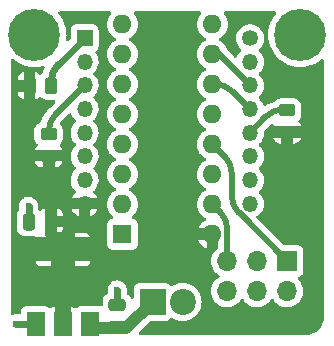
<source format=gtl>
G04 #@! TF.GenerationSoftware,KiCad,Pcbnew,(6.0.2)*
G04 #@! TF.CreationDate,2022-09-28T01:57:24+02:00*
G04 #@! TF.ProjectId,Tiny-Power-Meter,54696e79-2d50-46f7-9765-722d4d657465,rev?*
G04 #@! TF.SameCoordinates,Original*
G04 #@! TF.FileFunction,Copper,L1,Top*
G04 #@! TF.FilePolarity,Positive*
%FSLAX46Y46*%
G04 Gerber Fmt 4.6, Leading zero omitted, Abs format (unit mm)*
G04 Created by KiCad (PCBNEW (6.0.2)) date 2022-09-28 01:57:24*
%MOMM*%
%LPD*%
G01*
G04 APERTURE LIST*
G04 Aperture macros list*
%AMRoundRect*
0 Rectangle with rounded corners*
0 $1 Rounding radius*
0 $2 $3 $4 $5 $6 $7 $8 $9 X,Y pos of 4 corners*
0 Add a 4 corners polygon primitive as box body*
4,1,4,$2,$3,$4,$5,$6,$7,$8,$9,$2,$3,0*
0 Add four circle primitives for the rounded corners*
1,1,$1+$1,$2,$3*
1,1,$1+$1,$4,$5*
1,1,$1+$1,$6,$7*
1,1,$1+$1,$8,$9*
0 Add four rect primitives between the rounded corners*
20,1,$1+$1,$2,$3,$4,$5,0*
20,1,$1+$1,$4,$5,$6,$7,0*
20,1,$1+$1,$6,$7,$8,$9,0*
20,1,$1+$1,$8,$9,$2,$3,0*%
G04 Aperture macros list end*
G04 #@! TA.AperFunction,SMDPad,CuDef*
%ADD10RoundRect,0.250000X0.250000X0.475000X-0.250000X0.475000X-0.250000X-0.475000X0.250000X-0.475000X0*%
G04 #@! TD*
G04 #@! TA.AperFunction,SMDPad,CuDef*
%ADD11RoundRect,0.250000X-0.262500X-0.450000X0.262500X-0.450000X0.262500X0.450000X-0.262500X0.450000X0*%
G04 #@! TD*
G04 #@! TA.AperFunction,SMDPad,CuDef*
%ADD12RoundRect,0.250000X0.450000X-0.262500X0.450000X0.262500X-0.450000X0.262500X-0.450000X-0.262500X0*%
G04 #@! TD*
G04 #@! TA.AperFunction,SMDPad,CuDef*
%ADD13R,1.500000X2.000000*%
G04 #@! TD*
G04 #@! TA.AperFunction,SMDPad,CuDef*
%ADD14R,3.800000X2.000000*%
G04 #@! TD*
G04 #@! TA.AperFunction,ComponentPad*
%ADD15R,2.200000X2.200000*%
G04 #@! TD*
G04 #@! TA.AperFunction,ComponentPad*
%ADD16C,2.200000*%
G04 #@! TD*
G04 #@! TA.AperFunction,SMDPad,CuDef*
%ADD17RoundRect,0.250000X0.475000X-0.250000X0.475000X0.250000X-0.475000X0.250000X-0.475000X-0.250000X0*%
G04 #@! TD*
G04 #@! TA.AperFunction,ComponentPad*
%ADD18R,1.350000X1.350000*%
G04 #@! TD*
G04 #@! TA.AperFunction,ComponentPad*
%ADD19O,1.350000X1.350000*%
G04 #@! TD*
G04 #@! TA.AperFunction,ComponentPad*
%ADD20C,1.350000*%
G04 #@! TD*
G04 #@! TA.AperFunction,ComponentPad*
%ADD21R,1.700000X1.700000*%
G04 #@! TD*
G04 #@! TA.AperFunction,ComponentPad*
%ADD22O,1.700000X1.700000*%
G04 #@! TD*
G04 #@! TA.AperFunction,ComponentPad*
%ADD23C,0.700000*%
G04 #@! TD*
G04 #@! TA.AperFunction,ComponentPad*
%ADD24C,4.400000*%
G04 #@! TD*
G04 #@! TA.AperFunction,ComponentPad*
%ADD25O,1.600000X1.600000*%
G04 #@! TD*
G04 #@! TA.AperFunction,ComponentPad*
%ADD26R,1.600000X1.600000*%
G04 #@! TD*
G04 #@! TA.AperFunction,ViaPad*
%ADD27C,0.600000*%
G04 #@! TD*
G04 #@! TA.AperFunction,Conductor*
%ADD28C,0.600000*%
G04 #@! TD*
G04 #@! TA.AperFunction,Conductor*
%ADD29C,1.000000*%
G04 #@! TD*
G04 #@! TA.AperFunction,Conductor*
%ADD30C,0.500000*%
G04 #@! TD*
G04 APERTURE END LIST*
D10*
X140200000Y-86300000D03*
X138300000Y-86300000D03*
D11*
X138387500Y-74800000D03*
X140212500Y-74800000D03*
D12*
X160200000Y-78712500D03*
X160200000Y-76887500D03*
X140000000Y-80712500D03*
X140000000Y-78887500D03*
D13*
X138900000Y-94950000D03*
D14*
X141200000Y-88650000D03*
D13*
X141200000Y-94950000D03*
X143500000Y-94950000D03*
D15*
X148800000Y-93100000D03*
D16*
X151340000Y-93100000D03*
D17*
X145800000Y-95250000D03*
X145800000Y-93350000D03*
D18*
X143045000Y-70780000D03*
D19*
X143045000Y-72780000D03*
X143045000Y-74780000D03*
X143045000Y-76780000D03*
X143045000Y-78780000D03*
X143045000Y-80780000D03*
X143045000Y-82780000D03*
X143045000Y-84780000D03*
X157045000Y-84780000D03*
X157045000Y-82780000D03*
X157045000Y-80780000D03*
X157045000Y-78780000D03*
X157045000Y-76780000D03*
X157045000Y-74780000D03*
X157045000Y-72780000D03*
D20*
X157045000Y-70780000D03*
D21*
X160200000Y-89650000D03*
D22*
X160200000Y-92190000D03*
X157660000Y-89650000D03*
X157660000Y-92190000D03*
X155120000Y-89650000D03*
X155120000Y-92190000D03*
D23*
X162466726Y-71666726D03*
X162950000Y-70500000D03*
X162466726Y-69333274D03*
X161300000Y-72150000D03*
X160133274Y-71666726D03*
X161300000Y-68850000D03*
X159650000Y-70500000D03*
D24*
X161300000Y-70500000D03*
D23*
X160133274Y-69333274D03*
X139966726Y-71666726D03*
X140450000Y-70500000D03*
X137633274Y-71666726D03*
X139966726Y-69333274D03*
X137150000Y-70500000D03*
X138800000Y-72150000D03*
X137633274Y-69333274D03*
X138800000Y-68850000D03*
D24*
X138800000Y-70500000D03*
D25*
X153870000Y-87375000D03*
X153870000Y-84835000D03*
X153870000Y-82295000D03*
X153870000Y-79755000D03*
X153870000Y-77215000D03*
X153870000Y-74675000D03*
X153870000Y-72135000D03*
X153870000Y-69595000D03*
X146250000Y-69595000D03*
X146250000Y-72135000D03*
X146250000Y-74675000D03*
X146250000Y-77215000D03*
X146250000Y-79755000D03*
X146250000Y-82295000D03*
X146250000Y-84835000D03*
D26*
X146250000Y-87375000D03*
D27*
X145800000Y-92100000D03*
X137260000Y-94950000D03*
X138300000Y-85000000D03*
X161100000Y-82500000D03*
D28*
X138900000Y-94950000D02*
X137260000Y-94950000D01*
X138300000Y-85000000D02*
X138300000Y-86300000D01*
X145800000Y-92100000D02*
X145800000Y-93262500D01*
D29*
X143887500Y-95337500D02*
X143500000Y-94950000D01*
X146562500Y-95337500D02*
X145800000Y-95337500D01*
X145800000Y-95337500D02*
X143887500Y-95337500D01*
X148800000Y-93100000D02*
X146562500Y-95337500D01*
D30*
X160200000Y-89650000D02*
X156085786Y-85535786D01*
X154914213Y-80799213D02*
X153870000Y-79755000D01*
X155500000Y-84121573D02*
X155500000Y-82213427D01*
X154914213Y-80799213D02*
G75*
G02*
X155500000Y-82213427I-1414213J-1414214D01*
G01*
X155500001Y-84121573D02*
G75*
G03*
X156085787Y-85535785I1999999J0D01*
G01*
X155120000Y-86913427D02*
X155120000Y-89650000D01*
X153870000Y-84835000D02*
X154534214Y-85499214D01*
X155119999Y-86913427D02*
G75*
G03*
X154534213Y-85499215I-1999999J0D01*
G01*
X140000000Y-78653427D02*
X140000000Y-78800000D01*
X143045000Y-74780000D02*
X140585786Y-77239214D01*
X140585786Y-77239214D02*
G75*
G03*
X140000000Y-78653427I1414214J-1414213D01*
G01*
D28*
X140212500Y-74440927D02*
X140212500Y-74800000D01*
X143045000Y-70780000D02*
X140798286Y-73026714D01*
X140798286Y-73026714D02*
G75*
G03*
X140212500Y-74440927I1414214J-1414213D01*
G01*
D30*
X158439213Y-77385787D02*
X157045000Y-78780000D01*
X160200000Y-76800000D02*
X159853427Y-76800000D01*
X158439213Y-77385787D02*
G75*
G02*
X159853427Y-76800000I1414214J-1414213D01*
G01*
X155525787Y-75260787D02*
X157045000Y-76780000D01*
X153870000Y-74675000D02*
X154111573Y-74675000D01*
X154111573Y-74675001D02*
G75*
G02*
X155525786Y-75260788I0J-1999999D01*
G01*
X153870000Y-72135000D02*
X154400000Y-72135000D01*
X154400000Y-72135000D02*
X157045000Y-74780000D01*
G04 #@! TA.AperFunction,Conductor*
G36*
X145207743Y-91548314D02*
G01*
X145169493Y-91585771D01*
X145071235Y-91738238D01*
X145068826Y-91744858D01*
X145068824Y-91744861D01*
X145011606Y-91902066D01*
X145009197Y-91908685D01*
X144986463Y-92088640D01*
X144987151Y-92095653D01*
X144990899Y-92133882D01*
X144991500Y-92146177D01*
X144991500Y-92344160D01*
X144971498Y-92412281D01*
X144931803Y-92451304D01*
X144850652Y-92501522D01*
X144725695Y-92626697D01*
X144632885Y-92777262D01*
X144577203Y-92945139D01*
X144566500Y-93049600D01*
X144566500Y-93343752D01*
X144546498Y-93411873D01*
X144492842Y-93458366D01*
X144422568Y-93468470D01*
X144396276Y-93461736D01*
X144360316Y-93448255D01*
X144298134Y-93441500D01*
X142701866Y-93441500D01*
X142639684Y-93448255D01*
X142503295Y-93499385D01*
X142386739Y-93586739D01*
X142372926Y-93605170D01*
X142316067Y-93647683D01*
X142245248Y-93652708D01*
X142198037Y-93631537D01*
X142179209Y-93617857D01*
X142083982Y-93569336D01*
X142065355Y-93563284D01*
X141986373Y-93550775D01*
X141976527Y-93550000D01*
X141918115Y-93550000D01*
X141902876Y-93554475D01*
X141901671Y-93555865D01*
X141900000Y-93563548D01*
X141900000Y-94341345D01*
X140500000Y-94596900D01*
X140500000Y-93568116D01*
X140495525Y-93552877D01*
X140494135Y-93551672D01*
X140486452Y-93550001D01*
X140423475Y-93550001D01*
X140413626Y-93550776D01*
X140334649Y-93563283D01*
X140316014Y-93569338D01*
X140220791Y-93617857D01*
X140201963Y-93631537D01*
X140135096Y-93655397D01*
X140065944Y-93639319D01*
X140027075Y-93605170D01*
X140013261Y-93586739D01*
X139896705Y-93499385D01*
X139760316Y-93448255D01*
X139698134Y-93441500D01*
X138101866Y-93441500D01*
X138039684Y-93448255D01*
X137903295Y-93499385D01*
X137786739Y-93586739D01*
X137699385Y-93703295D01*
X137648255Y-93839684D01*
X137641500Y-93901866D01*
X137641500Y-94015500D01*
X137621498Y-94083621D01*
X137567842Y-94130114D01*
X137515500Y-94141500D01*
X137315905Y-94141500D01*
X137300986Y-94140614D01*
X137300000Y-94140496D01*
X137300000Y-90542932D01*
X139700000Y-90542932D01*
X145207743Y-91548314D01*
G37*
G04 #@! TD.AperFunction*
G04 #@! TA.AperFunction,Conductor*
G36*
X145250433Y-68528002D02*
G01*
X145296926Y-68581658D01*
X145307030Y-68651932D01*
X145277536Y-68716512D01*
X145271407Y-68723095D01*
X145243802Y-68750700D01*
X145112477Y-68938251D01*
X145110154Y-68943233D01*
X145110151Y-68943238D01*
X145100897Y-68963084D01*
X145015716Y-69145757D01*
X145014294Y-69151065D01*
X145014293Y-69151067D01*
X144995500Y-69221204D01*
X144956457Y-69366913D01*
X144936502Y-69595000D01*
X144956457Y-69823087D01*
X144957881Y-69828400D01*
X144957881Y-69828402D01*
X145004542Y-70002540D01*
X145015716Y-70044243D01*
X145018039Y-70049224D01*
X145018039Y-70049225D01*
X145110151Y-70246762D01*
X145110154Y-70246767D01*
X145112477Y-70251749D01*
X145243802Y-70439300D01*
X145405700Y-70601198D01*
X145410208Y-70604355D01*
X145410211Y-70604357D01*
X145488389Y-70659098D01*
X145593251Y-70732523D01*
X145598233Y-70734846D01*
X145598238Y-70734849D01*
X145632457Y-70750805D01*
X145685742Y-70797722D01*
X145705203Y-70865999D01*
X145684661Y-70933959D01*
X145632457Y-70979195D01*
X145598238Y-70995151D01*
X145598233Y-70995154D01*
X145593251Y-70997477D01*
X145507578Y-71057466D01*
X145410211Y-71125643D01*
X145410208Y-71125645D01*
X145405700Y-71128802D01*
X145243802Y-71290700D01*
X145112477Y-71478251D01*
X145110154Y-71483233D01*
X145110151Y-71483238D01*
X145018039Y-71680775D01*
X145015716Y-71685757D01*
X145014294Y-71691065D01*
X145014293Y-71691067D01*
X144957881Y-71901598D01*
X144956457Y-71906913D01*
X144936502Y-72135000D01*
X144956457Y-72363087D01*
X144957881Y-72368400D01*
X144957881Y-72368402D01*
X145005899Y-72547604D01*
X145015716Y-72584243D01*
X145018039Y-72589224D01*
X145018039Y-72589225D01*
X145110151Y-72786762D01*
X145110154Y-72786767D01*
X145112477Y-72791749D01*
X145243802Y-72979300D01*
X145405700Y-73141198D01*
X145410208Y-73144355D01*
X145410211Y-73144357D01*
X145467707Y-73184616D01*
X145593251Y-73272523D01*
X145598233Y-73274846D01*
X145598238Y-73274849D01*
X145632457Y-73290805D01*
X145685742Y-73337722D01*
X145705203Y-73405999D01*
X145684661Y-73473959D01*
X145632457Y-73519195D01*
X145598238Y-73535151D01*
X145598233Y-73535154D01*
X145593251Y-73537477D01*
X145552866Y-73565755D01*
X145410211Y-73665643D01*
X145410208Y-73665645D01*
X145405700Y-73668802D01*
X145243802Y-73830700D01*
X145240645Y-73835208D01*
X145240643Y-73835211D01*
X145218007Y-73867539D01*
X145112477Y-74018251D01*
X145110154Y-74023233D01*
X145110151Y-74023238D01*
X145032991Y-74188710D01*
X145015716Y-74225757D01*
X145014294Y-74231065D01*
X145014293Y-74231067D01*
X144957881Y-74441598D01*
X144956457Y-74446913D01*
X144936502Y-74675000D01*
X144956457Y-74903087D01*
X145015716Y-75124243D01*
X145018039Y-75129224D01*
X145018039Y-75129225D01*
X145110151Y-75326762D01*
X145110154Y-75326767D01*
X145112477Y-75331749D01*
X145243802Y-75519300D01*
X145405700Y-75681198D01*
X145410208Y-75684355D01*
X145410211Y-75684357D01*
X145457983Y-75717807D01*
X145593251Y-75812523D01*
X145598233Y-75814846D01*
X145598238Y-75814849D01*
X145632457Y-75830805D01*
X145685742Y-75877722D01*
X145705203Y-75945999D01*
X145684661Y-76013959D01*
X145632457Y-76059195D01*
X145598238Y-76075151D01*
X145598233Y-76075154D01*
X145593251Y-76077477D01*
X145524189Y-76125835D01*
X145410211Y-76205643D01*
X145410208Y-76205645D01*
X145405700Y-76208802D01*
X145243802Y-76370700D01*
X145112477Y-76558251D01*
X145110154Y-76563233D01*
X145110151Y-76563238D01*
X145020894Y-76754653D01*
X145015716Y-76765757D01*
X145014294Y-76771065D01*
X145014293Y-76771067D01*
X144960578Y-76971534D01*
X144956457Y-76986913D01*
X144936502Y-77215000D01*
X144956457Y-77443087D01*
X144957881Y-77448400D01*
X144957881Y-77448402D01*
X145004970Y-77624137D01*
X145015716Y-77664243D01*
X145018039Y-77669224D01*
X145018039Y-77669225D01*
X145110151Y-77866762D01*
X145110154Y-77866767D01*
X145112477Y-77871749D01*
X145155681Y-77933450D01*
X145229222Y-78038477D01*
X145243802Y-78059300D01*
X145405700Y-78221198D01*
X145410208Y-78224355D01*
X145410211Y-78224357D01*
X145488389Y-78279098D01*
X145593251Y-78352523D01*
X145598233Y-78354846D01*
X145598238Y-78354849D01*
X145632457Y-78370805D01*
X145685742Y-78417722D01*
X145705203Y-78485999D01*
X145684661Y-78553959D01*
X145632457Y-78599195D01*
X145598238Y-78615151D01*
X145598233Y-78615154D01*
X145593251Y-78617477D01*
X145528179Y-78663041D01*
X145410211Y-78745643D01*
X145410208Y-78745645D01*
X145405700Y-78748802D01*
X145243802Y-78910700D01*
X145112477Y-79098251D01*
X145110154Y-79103233D01*
X145110151Y-79103238D01*
X145035451Y-79263435D01*
X145015716Y-79305757D01*
X145014294Y-79311065D01*
X145014293Y-79311067D01*
X144969304Y-79478968D01*
X144956457Y-79526913D01*
X144936502Y-79755000D01*
X144956457Y-79983087D01*
X145015716Y-80204243D01*
X145018039Y-80209224D01*
X145018039Y-80209225D01*
X145110151Y-80406762D01*
X145110154Y-80406767D01*
X145112477Y-80411749D01*
X145148943Y-80463828D01*
X145222696Y-80569157D01*
X145243802Y-80599300D01*
X145405700Y-80761198D01*
X145410208Y-80764355D01*
X145410211Y-80764357D01*
X145488389Y-80819098D01*
X145593251Y-80892523D01*
X145598233Y-80894846D01*
X145598238Y-80894849D01*
X145632457Y-80910805D01*
X145685742Y-80957722D01*
X145705203Y-81025999D01*
X145684661Y-81093959D01*
X145632457Y-81139195D01*
X145598238Y-81155151D01*
X145598233Y-81155154D01*
X145593251Y-81157477D01*
X145514670Y-81212500D01*
X145410211Y-81285643D01*
X145410208Y-81285645D01*
X145405700Y-81288802D01*
X145243802Y-81450700D01*
X145112477Y-81638251D01*
X145110154Y-81643233D01*
X145110151Y-81643238D01*
X145028460Y-81818427D01*
X145015716Y-81845757D01*
X145014294Y-81851065D01*
X145014293Y-81851067D01*
X144998859Y-81908667D01*
X144956457Y-82066913D01*
X144936502Y-82295000D01*
X144956457Y-82523087D01*
X144957881Y-82528400D01*
X144957881Y-82528402D01*
X144968802Y-82569157D01*
X145015716Y-82744243D01*
X145018039Y-82749224D01*
X145018039Y-82749225D01*
X145110151Y-82946762D01*
X145110154Y-82946767D01*
X145112477Y-82951749D01*
X145243802Y-83139300D01*
X145405700Y-83301198D01*
X145410208Y-83304355D01*
X145410211Y-83304357D01*
X145488389Y-83359098D01*
X145593251Y-83432523D01*
X145598233Y-83434846D01*
X145598238Y-83434849D01*
X145632457Y-83450805D01*
X145685742Y-83497722D01*
X145705203Y-83565999D01*
X145684661Y-83633959D01*
X145632457Y-83679195D01*
X145598238Y-83695151D01*
X145598233Y-83695154D01*
X145593251Y-83697477D01*
X145512597Y-83753952D01*
X145410211Y-83825643D01*
X145410208Y-83825645D01*
X145405700Y-83828802D01*
X145243802Y-83990700D01*
X145112477Y-84178251D01*
X145110154Y-84183233D01*
X145110151Y-84183238D01*
X145030499Y-84354055D01*
X145015716Y-84385757D01*
X145014294Y-84391065D01*
X145014293Y-84391067D01*
X144988917Y-84485771D01*
X144956457Y-84606913D01*
X144936502Y-84835000D01*
X144956457Y-85063087D01*
X144957881Y-85068400D01*
X144957881Y-85068402D01*
X144999105Y-85222249D01*
X145015716Y-85284243D01*
X145018039Y-85289224D01*
X145018039Y-85289225D01*
X145110151Y-85486762D01*
X145110154Y-85486767D01*
X145112477Y-85491749D01*
X145157197Y-85555615D01*
X145236474Y-85668834D01*
X145243802Y-85679300D01*
X145405700Y-85841198D01*
X145410211Y-85844357D01*
X145414424Y-85847892D01*
X145413473Y-85849026D01*
X145453471Y-85899071D01*
X145460776Y-85969690D01*
X145428742Y-86033049D01*
X145367538Y-86069030D01*
X145350483Y-86072082D01*
X145339684Y-86073255D01*
X145203295Y-86124385D01*
X145086739Y-86211739D01*
X144999385Y-86328295D01*
X144948255Y-86464684D01*
X144941500Y-86526866D01*
X144941500Y-88223134D01*
X144948255Y-88285316D01*
X144999385Y-88421705D01*
X145086739Y-88538261D01*
X145203295Y-88625615D01*
X145339684Y-88676745D01*
X145401866Y-88683500D01*
X147098134Y-88683500D01*
X147160316Y-88676745D01*
X147296705Y-88625615D01*
X147413261Y-88538261D01*
X147500615Y-88421705D01*
X147551745Y-88285316D01*
X147558500Y-88223134D01*
X147558500Y-87883450D01*
X152663877Y-87883450D01*
X152730586Y-88026511D01*
X152736069Y-88036007D01*
X152861028Y-88214467D01*
X152868084Y-88222875D01*
X153022125Y-88376916D01*
X153030533Y-88383972D01*
X153208993Y-88508931D01*
X153218489Y-88514414D01*
X153353583Y-88577409D01*
X153367523Y-88579526D01*
X153370000Y-88575738D01*
X153370000Y-87893115D01*
X153365525Y-87877876D01*
X153364135Y-87876671D01*
X153356452Y-87875000D01*
X152678051Y-87875000D01*
X152664520Y-87878973D01*
X152663877Y-87883450D01*
X147558500Y-87883450D01*
X147558500Y-86526866D01*
X147551745Y-86464684D01*
X147500615Y-86328295D01*
X147413261Y-86211739D01*
X147296705Y-86124385D01*
X147160316Y-86073255D01*
X147149526Y-86072083D01*
X147147394Y-86071197D01*
X147144778Y-86070575D01*
X147144879Y-86070152D01*
X147083965Y-86044845D01*
X147043537Y-85986483D01*
X147041078Y-85915529D01*
X147077371Y-85854510D01*
X147086031Y-85847511D01*
X147089793Y-85844354D01*
X147094300Y-85841198D01*
X147256198Y-85679300D01*
X147263527Y-85668834D01*
X147342803Y-85555615D01*
X147387523Y-85491749D01*
X147389846Y-85486767D01*
X147389849Y-85486762D01*
X147481961Y-85289225D01*
X147481961Y-85289224D01*
X147484284Y-85284243D01*
X147500896Y-85222249D01*
X147542119Y-85068402D01*
X147542119Y-85068400D01*
X147543543Y-85063087D01*
X147563498Y-84835000D01*
X147543543Y-84606913D01*
X147511083Y-84485771D01*
X147485707Y-84391067D01*
X147485706Y-84391065D01*
X147484284Y-84385757D01*
X147469501Y-84354055D01*
X147389849Y-84183238D01*
X147389846Y-84183233D01*
X147387523Y-84178251D01*
X147256198Y-83990700D01*
X147094300Y-83828802D01*
X147089792Y-83825645D01*
X147089789Y-83825643D01*
X146987403Y-83753952D01*
X146906749Y-83697477D01*
X146901767Y-83695154D01*
X146901762Y-83695151D01*
X146867543Y-83679195D01*
X146814258Y-83632278D01*
X146794797Y-83564001D01*
X146815339Y-83496041D01*
X146867543Y-83450805D01*
X146901762Y-83434849D01*
X146901767Y-83434846D01*
X146906749Y-83432523D01*
X147011611Y-83359098D01*
X147089789Y-83304357D01*
X147089792Y-83304355D01*
X147094300Y-83301198D01*
X147256198Y-83139300D01*
X147387523Y-82951749D01*
X147389846Y-82946767D01*
X147389849Y-82946762D01*
X147481961Y-82749225D01*
X147481961Y-82749224D01*
X147484284Y-82744243D01*
X147531199Y-82569157D01*
X147542119Y-82528402D01*
X147542119Y-82528400D01*
X147543543Y-82523087D01*
X147563498Y-82295000D01*
X147543543Y-82066913D01*
X147501141Y-81908667D01*
X147485707Y-81851067D01*
X147485706Y-81851065D01*
X147484284Y-81845757D01*
X147471540Y-81818427D01*
X147389849Y-81643238D01*
X147389846Y-81643233D01*
X147387523Y-81638251D01*
X147256198Y-81450700D01*
X147094300Y-81288802D01*
X147089792Y-81285645D01*
X147089789Y-81285643D01*
X146985330Y-81212500D01*
X146906749Y-81157477D01*
X146901767Y-81155154D01*
X146901762Y-81155151D01*
X146867543Y-81139195D01*
X146814258Y-81092278D01*
X146794797Y-81024001D01*
X146815339Y-80956041D01*
X146867543Y-80910805D01*
X146901762Y-80894849D01*
X146901767Y-80894846D01*
X146906749Y-80892523D01*
X147011611Y-80819098D01*
X147089789Y-80764357D01*
X147089792Y-80764355D01*
X147094300Y-80761198D01*
X147256198Y-80599300D01*
X147277305Y-80569157D01*
X147351057Y-80463828D01*
X147387523Y-80411749D01*
X147389846Y-80406767D01*
X147389849Y-80406762D01*
X147481961Y-80209225D01*
X147481961Y-80209224D01*
X147484284Y-80204243D01*
X147543543Y-79983087D01*
X147563498Y-79755000D01*
X147543543Y-79526913D01*
X147530696Y-79478968D01*
X147485707Y-79311067D01*
X147485706Y-79311065D01*
X147484284Y-79305757D01*
X147464549Y-79263435D01*
X147389849Y-79103238D01*
X147389846Y-79103233D01*
X147387523Y-79098251D01*
X147256198Y-78910700D01*
X147094300Y-78748802D01*
X147089792Y-78745645D01*
X147089789Y-78745643D01*
X146971821Y-78663041D01*
X146906749Y-78617477D01*
X146901767Y-78615154D01*
X146901762Y-78615151D01*
X146867543Y-78599195D01*
X146814258Y-78552278D01*
X146794797Y-78484001D01*
X146815339Y-78416041D01*
X146867543Y-78370805D01*
X146901762Y-78354849D01*
X146901767Y-78354846D01*
X146906749Y-78352523D01*
X147011611Y-78279098D01*
X147089789Y-78224357D01*
X147089792Y-78224355D01*
X147094300Y-78221198D01*
X147256198Y-78059300D01*
X147270779Y-78038477D01*
X147344319Y-77933450D01*
X147387523Y-77871749D01*
X147389846Y-77866767D01*
X147389849Y-77866762D01*
X147481961Y-77669225D01*
X147481961Y-77669224D01*
X147484284Y-77664243D01*
X147495031Y-77624137D01*
X147542119Y-77448402D01*
X147542119Y-77448400D01*
X147543543Y-77443087D01*
X147563498Y-77215000D01*
X147543543Y-76986913D01*
X147539422Y-76971534D01*
X147485707Y-76771067D01*
X147485706Y-76771065D01*
X147484284Y-76765757D01*
X147479106Y-76754653D01*
X147389849Y-76563238D01*
X147389846Y-76563233D01*
X147387523Y-76558251D01*
X147256198Y-76370700D01*
X147094300Y-76208802D01*
X147089792Y-76205645D01*
X147089789Y-76205643D01*
X146975811Y-76125835D01*
X146906749Y-76077477D01*
X146901767Y-76075154D01*
X146901762Y-76075151D01*
X146867543Y-76059195D01*
X146814258Y-76012278D01*
X146794797Y-75944001D01*
X146815339Y-75876041D01*
X146867543Y-75830805D01*
X146901762Y-75814849D01*
X146901767Y-75814846D01*
X146906749Y-75812523D01*
X147042017Y-75717807D01*
X147089789Y-75684357D01*
X147089792Y-75684355D01*
X147094300Y-75681198D01*
X147256198Y-75519300D01*
X147387523Y-75331749D01*
X147389846Y-75326767D01*
X147389849Y-75326762D01*
X147481961Y-75129225D01*
X147481961Y-75129224D01*
X147484284Y-75124243D01*
X147543543Y-74903087D01*
X147563498Y-74675000D01*
X147543543Y-74446913D01*
X147542119Y-74441598D01*
X147485707Y-74231067D01*
X147485706Y-74231065D01*
X147484284Y-74225757D01*
X147467009Y-74188710D01*
X147389849Y-74023238D01*
X147389846Y-74023233D01*
X147387523Y-74018251D01*
X147281993Y-73867539D01*
X147259357Y-73835211D01*
X147259355Y-73835208D01*
X147256198Y-73830700D01*
X147094300Y-73668802D01*
X147089792Y-73665645D01*
X147089789Y-73665643D01*
X146947134Y-73565755D01*
X146906749Y-73537477D01*
X146901767Y-73535154D01*
X146901762Y-73535151D01*
X146867543Y-73519195D01*
X146814258Y-73472278D01*
X146794797Y-73404001D01*
X146815339Y-73336041D01*
X146867543Y-73290805D01*
X146901762Y-73274849D01*
X146901767Y-73274846D01*
X146906749Y-73272523D01*
X147032293Y-73184616D01*
X147089789Y-73144357D01*
X147089792Y-73144355D01*
X147094300Y-73141198D01*
X147256198Y-72979300D01*
X147387523Y-72791749D01*
X147389846Y-72786767D01*
X147389849Y-72786762D01*
X147481961Y-72589225D01*
X147481961Y-72589224D01*
X147484284Y-72584243D01*
X147494102Y-72547604D01*
X147542119Y-72368402D01*
X147542119Y-72368400D01*
X147543543Y-72363087D01*
X147563498Y-72135000D01*
X147543543Y-71906913D01*
X147542119Y-71901598D01*
X147485707Y-71691067D01*
X147485706Y-71691065D01*
X147484284Y-71685757D01*
X147481961Y-71680775D01*
X147389849Y-71483238D01*
X147389846Y-71483233D01*
X147387523Y-71478251D01*
X147256198Y-71290700D01*
X147094300Y-71128802D01*
X147089792Y-71125645D01*
X147089789Y-71125643D01*
X146992422Y-71057466D01*
X146906749Y-70997477D01*
X146901767Y-70995154D01*
X146901762Y-70995151D01*
X146867543Y-70979195D01*
X146814258Y-70932278D01*
X146794797Y-70864001D01*
X146815339Y-70796041D01*
X146867543Y-70750805D01*
X146901762Y-70734849D01*
X146901767Y-70734846D01*
X146906749Y-70732523D01*
X147011611Y-70659098D01*
X147089789Y-70604357D01*
X147089792Y-70604355D01*
X147094300Y-70601198D01*
X147256198Y-70439300D01*
X147387523Y-70251749D01*
X147389846Y-70246767D01*
X147389849Y-70246762D01*
X147481961Y-70049225D01*
X147481961Y-70049224D01*
X147484284Y-70044243D01*
X147495459Y-70002540D01*
X147542119Y-69828402D01*
X147542119Y-69828400D01*
X147543543Y-69823087D01*
X147563498Y-69595000D01*
X147543543Y-69366913D01*
X147504500Y-69221204D01*
X147485707Y-69151067D01*
X147485706Y-69151065D01*
X147484284Y-69145757D01*
X147399103Y-68963084D01*
X147389849Y-68943238D01*
X147389846Y-68943233D01*
X147387523Y-68938251D01*
X147256198Y-68750700D01*
X147228593Y-68723095D01*
X147194567Y-68660783D01*
X147199632Y-68589968D01*
X147242179Y-68533132D01*
X147308699Y-68508321D01*
X147317688Y-68508000D01*
X152802312Y-68508000D01*
X152870433Y-68528002D01*
X152916926Y-68581658D01*
X152927030Y-68651932D01*
X152897536Y-68716512D01*
X152891407Y-68723095D01*
X152863802Y-68750700D01*
X152732477Y-68938251D01*
X152730154Y-68943233D01*
X152730151Y-68943238D01*
X152720897Y-68963084D01*
X152635716Y-69145757D01*
X152634294Y-69151065D01*
X152634293Y-69151067D01*
X152615500Y-69221204D01*
X152576457Y-69366913D01*
X152556502Y-69595000D01*
X152576457Y-69823087D01*
X152577881Y-69828400D01*
X152577881Y-69828402D01*
X152624542Y-70002540D01*
X152635716Y-70044243D01*
X152638039Y-70049224D01*
X152638039Y-70049225D01*
X152730151Y-70246762D01*
X152730154Y-70246767D01*
X152732477Y-70251749D01*
X152863802Y-70439300D01*
X153025700Y-70601198D01*
X153030208Y-70604355D01*
X153030211Y-70604357D01*
X153108389Y-70659098D01*
X153213251Y-70732523D01*
X153218233Y-70734846D01*
X153218238Y-70734849D01*
X153252457Y-70750805D01*
X153305742Y-70797722D01*
X153325203Y-70865999D01*
X153304661Y-70933959D01*
X153252457Y-70979195D01*
X153218238Y-70995151D01*
X153218233Y-70995154D01*
X153213251Y-70997477D01*
X153127578Y-71057466D01*
X153030211Y-71125643D01*
X153030208Y-71125645D01*
X153025700Y-71128802D01*
X152863802Y-71290700D01*
X152732477Y-71478251D01*
X152730154Y-71483233D01*
X152730151Y-71483238D01*
X152638039Y-71680775D01*
X152635716Y-71685757D01*
X152634294Y-71691065D01*
X152634293Y-71691067D01*
X152577881Y-71901598D01*
X152576457Y-71906913D01*
X152556502Y-72135000D01*
X152576457Y-72363087D01*
X152577881Y-72368400D01*
X152577881Y-72368402D01*
X152625899Y-72547604D01*
X152635716Y-72584243D01*
X152638039Y-72589224D01*
X152638039Y-72589225D01*
X152730151Y-72786762D01*
X152730154Y-72786767D01*
X152732477Y-72791749D01*
X152863802Y-72979300D01*
X153025700Y-73141198D01*
X153030208Y-73144355D01*
X153030211Y-73144357D01*
X153087707Y-73184616D01*
X153213251Y-73272523D01*
X153218233Y-73274846D01*
X153218238Y-73274849D01*
X153252457Y-73290805D01*
X153305742Y-73337722D01*
X153325203Y-73405999D01*
X153304661Y-73473959D01*
X153252457Y-73519195D01*
X153218238Y-73535151D01*
X153218233Y-73535154D01*
X153213251Y-73537477D01*
X153172866Y-73565755D01*
X153030211Y-73665643D01*
X153030208Y-73665645D01*
X153025700Y-73668802D01*
X152863802Y-73830700D01*
X152860645Y-73835208D01*
X152860643Y-73835211D01*
X152838007Y-73867539D01*
X152732477Y-74018251D01*
X152730154Y-74023233D01*
X152730151Y-74023238D01*
X152652991Y-74188710D01*
X152635716Y-74225757D01*
X152634294Y-74231065D01*
X152634293Y-74231067D01*
X152577881Y-74441598D01*
X152576457Y-74446913D01*
X152556502Y-74675000D01*
X152576457Y-74903087D01*
X152635716Y-75124243D01*
X152638039Y-75129224D01*
X152638039Y-75129225D01*
X152730151Y-75326762D01*
X152730154Y-75326767D01*
X152732477Y-75331749D01*
X152863802Y-75519300D01*
X153025700Y-75681198D01*
X153030208Y-75684355D01*
X153030211Y-75684357D01*
X153077983Y-75717807D01*
X153213251Y-75812523D01*
X153218233Y-75814846D01*
X153218238Y-75814849D01*
X153252457Y-75830805D01*
X153305742Y-75877722D01*
X153325203Y-75945999D01*
X153304661Y-76013959D01*
X153252457Y-76059195D01*
X153218238Y-76075151D01*
X153218233Y-76075154D01*
X153213251Y-76077477D01*
X153144189Y-76125835D01*
X153030211Y-76205643D01*
X153030208Y-76205645D01*
X153025700Y-76208802D01*
X152863802Y-76370700D01*
X152732477Y-76558251D01*
X152730154Y-76563233D01*
X152730151Y-76563238D01*
X152640894Y-76754653D01*
X152635716Y-76765757D01*
X152634294Y-76771065D01*
X152634293Y-76771067D01*
X152580578Y-76971534D01*
X152576457Y-76986913D01*
X152556502Y-77215000D01*
X152576457Y-77443087D01*
X152577881Y-77448400D01*
X152577881Y-77448402D01*
X152624970Y-77624137D01*
X152635716Y-77664243D01*
X152638039Y-77669224D01*
X152638039Y-77669225D01*
X152730151Y-77866762D01*
X152730154Y-77866767D01*
X152732477Y-77871749D01*
X152775681Y-77933450D01*
X152849222Y-78038477D01*
X152863802Y-78059300D01*
X153025700Y-78221198D01*
X153030208Y-78224355D01*
X153030211Y-78224357D01*
X153108389Y-78279098D01*
X153213251Y-78352523D01*
X153218233Y-78354846D01*
X153218238Y-78354849D01*
X153252457Y-78370805D01*
X153305742Y-78417722D01*
X153325203Y-78485999D01*
X153304661Y-78553959D01*
X153252457Y-78599195D01*
X153218238Y-78615151D01*
X153218233Y-78615154D01*
X153213251Y-78617477D01*
X153148179Y-78663041D01*
X153030211Y-78745643D01*
X153030208Y-78745645D01*
X153025700Y-78748802D01*
X152863802Y-78910700D01*
X152732477Y-79098251D01*
X152730154Y-79103233D01*
X152730151Y-79103238D01*
X152655451Y-79263435D01*
X152635716Y-79305757D01*
X152634294Y-79311065D01*
X152634293Y-79311067D01*
X152589304Y-79478968D01*
X152576457Y-79526913D01*
X152556502Y-79755000D01*
X152576457Y-79983087D01*
X152635716Y-80204243D01*
X152638039Y-80209224D01*
X152638039Y-80209225D01*
X152730151Y-80406762D01*
X152730154Y-80406767D01*
X152732477Y-80411749D01*
X152768943Y-80463828D01*
X152842696Y-80569157D01*
X152863802Y-80599300D01*
X153025700Y-80761198D01*
X153030208Y-80764355D01*
X153030211Y-80764357D01*
X153108389Y-80819098D01*
X153213251Y-80892523D01*
X153218233Y-80894846D01*
X153218238Y-80894849D01*
X153252457Y-80910805D01*
X153305742Y-80957722D01*
X153325203Y-81025999D01*
X153304661Y-81093959D01*
X153252457Y-81139195D01*
X153218238Y-81155151D01*
X153218233Y-81155154D01*
X153213251Y-81157477D01*
X153134670Y-81212500D01*
X153030211Y-81285643D01*
X153030208Y-81285645D01*
X153025700Y-81288802D01*
X152863802Y-81450700D01*
X152732477Y-81638251D01*
X152730154Y-81643233D01*
X152730151Y-81643238D01*
X152648460Y-81818427D01*
X152635716Y-81845757D01*
X152634294Y-81851065D01*
X152634293Y-81851067D01*
X152618859Y-81908667D01*
X152576457Y-82066913D01*
X152556502Y-82295000D01*
X152576457Y-82523087D01*
X152577881Y-82528400D01*
X152577881Y-82528402D01*
X152588802Y-82569157D01*
X152635716Y-82744243D01*
X152638039Y-82749224D01*
X152638039Y-82749225D01*
X152730151Y-82946762D01*
X152730154Y-82946767D01*
X152732477Y-82951749D01*
X152863802Y-83139300D01*
X153025700Y-83301198D01*
X153030208Y-83304355D01*
X153030211Y-83304357D01*
X153108389Y-83359098D01*
X153213251Y-83432523D01*
X153218233Y-83434846D01*
X153218238Y-83434849D01*
X153252457Y-83450805D01*
X153305742Y-83497722D01*
X153325203Y-83565999D01*
X153304661Y-83633959D01*
X153252457Y-83679195D01*
X153218238Y-83695151D01*
X153218233Y-83695154D01*
X153213251Y-83697477D01*
X153132597Y-83753952D01*
X153030211Y-83825643D01*
X153030208Y-83825645D01*
X153025700Y-83828802D01*
X152863802Y-83990700D01*
X152732477Y-84178251D01*
X152730154Y-84183233D01*
X152730151Y-84183238D01*
X152650499Y-84354055D01*
X152635716Y-84385757D01*
X152634294Y-84391065D01*
X152634293Y-84391067D01*
X152608917Y-84485771D01*
X152576457Y-84606913D01*
X152556502Y-84835000D01*
X152576457Y-85063087D01*
X152577881Y-85068400D01*
X152577881Y-85068402D01*
X152619105Y-85222249D01*
X152635716Y-85284243D01*
X152638039Y-85289224D01*
X152638039Y-85289225D01*
X152730151Y-85486762D01*
X152730154Y-85486767D01*
X152732477Y-85491749D01*
X152777197Y-85555615D01*
X152856474Y-85668834D01*
X152863802Y-85679300D01*
X153025700Y-85841198D01*
X153030208Y-85844355D01*
X153030211Y-85844357D01*
X153075309Y-85875935D01*
X153213251Y-85972523D01*
X153218233Y-85974846D01*
X153218238Y-85974849D01*
X153253049Y-85991081D01*
X153306334Y-86037998D01*
X153325795Y-86106275D01*
X153305253Y-86174235D01*
X153253049Y-86219471D01*
X153218489Y-86235586D01*
X153208993Y-86241069D01*
X153030533Y-86366028D01*
X153022125Y-86373084D01*
X152868084Y-86527125D01*
X152861028Y-86535533D01*
X152736069Y-86713993D01*
X152730586Y-86723489D01*
X152667591Y-86858583D01*
X152665474Y-86872523D01*
X152669262Y-86875000D01*
X154235500Y-86875000D01*
X154303621Y-86895002D01*
X154350114Y-86948658D01*
X154361500Y-87001000D01*
X154361500Y-88457655D01*
X154341498Y-88525776D01*
X154311153Y-88558415D01*
X154221651Y-88625615D01*
X154214965Y-88630635D01*
X154060629Y-88792138D01*
X153934743Y-88976680D01*
X153840688Y-89179305D01*
X153780989Y-89394570D01*
X153757251Y-89616695D01*
X153757548Y-89621848D01*
X153757548Y-89621851D01*
X153766897Y-89783986D01*
X153770110Y-89839715D01*
X153771247Y-89844761D01*
X153771248Y-89844767D01*
X153779011Y-89879213D01*
X153819222Y-90057639D01*
X153903266Y-90264616D01*
X153940685Y-90325678D01*
X154017291Y-90450688D01*
X154019987Y-90455088D01*
X154166250Y-90623938D01*
X154338126Y-90766632D01*
X154408595Y-90807811D01*
X154411445Y-90809476D01*
X154460169Y-90861114D01*
X154473240Y-90930897D01*
X154446509Y-90996669D01*
X154406055Y-91030027D01*
X154393607Y-91036507D01*
X154389474Y-91039610D01*
X154389471Y-91039612D01*
X154265567Y-91132642D01*
X154214965Y-91170635D01*
X154211393Y-91174373D01*
X154083810Y-91307881D01*
X154060629Y-91332138D01*
X154057720Y-91336403D01*
X154057714Y-91336411D01*
X154039838Y-91362617D01*
X153934743Y-91516680D01*
X153840688Y-91719305D01*
X153780989Y-91934570D01*
X153757251Y-92156695D01*
X153757548Y-92161848D01*
X153757548Y-92161851D01*
X153763011Y-92256590D01*
X153770110Y-92379715D01*
X153771247Y-92384761D01*
X153771248Y-92384767D01*
X153786272Y-92451432D01*
X153819222Y-92597639D01*
X153857461Y-92691811D01*
X153894980Y-92784209D01*
X153903266Y-92804616D01*
X153954019Y-92887438D01*
X154017291Y-92990688D01*
X154019987Y-92995088D01*
X154166250Y-93163938D01*
X154338126Y-93306632D01*
X154531000Y-93419338D01*
X154739692Y-93499030D01*
X154744760Y-93500061D01*
X154744763Y-93500062D01*
X154852017Y-93521883D01*
X154958597Y-93543567D01*
X154963772Y-93543757D01*
X154963774Y-93543757D01*
X155176673Y-93551564D01*
X155176677Y-93551564D01*
X155181837Y-93551753D01*
X155186957Y-93551097D01*
X155186959Y-93551097D01*
X155398288Y-93524025D01*
X155398289Y-93524025D01*
X155403416Y-93523368D01*
X155465403Y-93504771D01*
X155612429Y-93460661D01*
X155612434Y-93460659D01*
X155617384Y-93459174D01*
X155817994Y-93360896D01*
X155999860Y-93231173D01*
X156158096Y-93073489D01*
X156217594Y-92990689D01*
X156288453Y-92892077D01*
X156289776Y-92893028D01*
X156336645Y-92849857D01*
X156406580Y-92837625D01*
X156472026Y-92865144D01*
X156499875Y-92896994D01*
X156559987Y-92995088D01*
X156706250Y-93163938D01*
X156878126Y-93306632D01*
X157071000Y-93419338D01*
X157279692Y-93499030D01*
X157284760Y-93500061D01*
X157284763Y-93500062D01*
X157392017Y-93521883D01*
X157498597Y-93543567D01*
X157503772Y-93543757D01*
X157503774Y-93543757D01*
X157716673Y-93551564D01*
X157716677Y-93551564D01*
X157721837Y-93551753D01*
X157726957Y-93551097D01*
X157726959Y-93551097D01*
X157938288Y-93524025D01*
X157938289Y-93524025D01*
X157943416Y-93523368D01*
X158005403Y-93504771D01*
X158152429Y-93460661D01*
X158152434Y-93460659D01*
X158157384Y-93459174D01*
X158357994Y-93360896D01*
X158539860Y-93231173D01*
X158698096Y-93073489D01*
X158757594Y-92990689D01*
X158828453Y-92892077D01*
X158829776Y-92893028D01*
X158876645Y-92849857D01*
X158946580Y-92837625D01*
X159012026Y-92865144D01*
X159039875Y-92896994D01*
X159099987Y-92995088D01*
X159246250Y-93163938D01*
X159418126Y-93306632D01*
X159611000Y-93419338D01*
X159819692Y-93499030D01*
X159824760Y-93500061D01*
X159824763Y-93500062D01*
X159932017Y-93521883D01*
X160038597Y-93543567D01*
X160043772Y-93543757D01*
X160043774Y-93543757D01*
X160256673Y-93551564D01*
X160256677Y-93551564D01*
X160261837Y-93551753D01*
X160266957Y-93551097D01*
X160266959Y-93551097D01*
X160478288Y-93524025D01*
X160478289Y-93524025D01*
X160483416Y-93523368D01*
X160545403Y-93504771D01*
X160692429Y-93460661D01*
X160692434Y-93460659D01*
X160697384Y-93459174D01*
X160897994Y-93360896D01*
X161079860Y-93231173D01*
X161238096Y-93073489D01*
X161297594Y-92990689D01*
X161365435Y-92896277D01*
X161368453Y-92892077D01*
X161389320Y-92849857D01*
X161465136Y-92696453D01*
X161465137Y-92696451D01*
X161467430Y-92691811D01*
X161523925Y-92505866D01*
X161530865Y-92483023D01*
X161530865Y-92483021D01*
X161532370Y-92478069D01*
X161561529Y-92256590D01*
X161563156Y-92190000D01*
X161544852Y-91967361D01*
X161490431Y-91750702D01*
X161401354Y-91545840D01*
X161289219Y-91372506D01*
X161282822Y-91362617D01*
X161282820Y-91362614D01*
X161280014Y-91358277D01*
X161276532Y-91354450D01*
X161132798Y-91196488D01*
X161101746Y-91132642D01*
X161110141Y-91062143D01*
X161155317Y-91007375D01*
X161181761Y-90993706D01*
X161288297Y-90953767D01*
X161296705Y-90950615D01*
X161413261Y-90863261D01*
X161500615Y-90746705D01*
X161551745Y-90610316D01*
X161558500Y-90548134D01*
X161558500Y-88751866D01*
X161551745Y-88689684D01*
X161500615Y-88553295D01*
X161413261Y-88436739D01*
X161296705Y-88349385D01*
X161160316Y-88298255D01*
X161098134Y-88291500D01*
X159966371Y-88291500D01*
X159898250Y-88271498D01*
X159877276Y-88254595D01*
X157620530Y-85997849D01*
X157586504Y-85935537D01*
X157591569Y-85864722D01*
X157634116Y-85807886D01*
X157648046Y-85798828D01*
X157718213Y-85759532D01*
X157885446Y-85620446D01*
X158024532Y-85453213D01*
X158119311Y-85283973D01*
X158127989Y-85268478D01*
X158127990Y-85268476D01*
X158130813Y-85263435D01*
X158132669Y-85257968D01*
X158132671Y-85257963D01*
X158198874Y-85062935D01*
X158198875Y-85062930D01*
X158200730Y-85057466D01*
X158231941Y-84842205D01*
X158233570Y-84780000D01*
X158213667Y-84563400D01*
X158154626Y-84354055D01*
X158058423Y-84158974D01*
X157928280Y-83984691D01*
X157908844Y-83966724D01*
X157831785Y-83895492D01*
X157806078Y-83871729D01*
X157769633Y-83810800D01*
X157771914Y-83739840D01*
X157811038Y-83682330D01*
X157814808Y-83679195D01*
X157885446Y-83620446D01*
X158024532Y-83453213D01*
X158111847Y-83297301D01*
X158127989Y-83268478D01*
X158127990Y-83268476D01*
X158130813Y-83263435D01*
X158132669Y-83257968D01*
X158132671Y-83257963D01*
X158198874Y-83062935D01*
X158198875Y-83062930D01*
X158200730Y-83057466D01*
X158231941Y-82842205D01*
X158233570Y-82780000D01*
X158213667Y-82563400D01*
X158154626Y-82354055D01*
X158058423Y-82158974D01*
X157928280Y-81984691D01*
X157806078Y-81871729D01*
X157769633Y-81810800D01*
X157771914Y-81739840D01*
X157811038Y-81682330D01*
X157820308Y-81674621D01*
X157885446Y-81620446D01*
X158024532Y-81453213D01*
X158130813Y-81263435D01*
X158132669Y-81257968D01*
X158132671Y-81257963D01*
X158198874Y-81062935D01*
X158198875Y-81062930D01*
X158200730Y-81057466D01*
X158231941Y-80842205D01*
X158233570Y-80780000D01*
X158213667Y-80563400D01*
X158206975Y-80539670D01*
X158156195Y-80359619D01*
X158154626Y-80354055D01*
X158058423Y-80158974D01*
X157953146Y-80017990D01*
X157931733Y-79989315D01*
X157931732Y-79989314D01*
X157928280Y-79984691D01*
X157919358Y-79976443D01*
X157806078Y-79871729D01*
X157769633Y-79810800D01*
X157771914Y-79739840D01*
X157811038Y-79682330D01*
X157827111Y-79668963D01*
X157885446Y-79620446D01*
X158024532Y-79453213D01*
X158104138Y-79311067D01*
X158127989Y-79268478D01*
X158127990Y-79268476D01*
X158130813Y-79263435D01*
X158132669Y-79257968D01*
X158132671Y-79257963D01*
X158144438Y-79223299D01*
X159033740Y-79223299D01*
X159056588Y-79291784D01*
X159062761Y-79304962D01*
X159148063Y-79442807D01*
X159157099Y-79454208D01*
X159271829Y-79568739D01*
X159283240Y-79577751D01*
X159421243Y-79662816D01*
X159434424Y-79668963D01*
X159588710Y-79720138D01*
X159602086Y-79723005D01*
X159686477Y-79731652D01*
X159697124Y-79728525D01*
X159698329Y-79727135D01*
X159700000Y-79719452D01*
X159700000Y-79714884D01*
X160700000Y-79714884D01*
X160704475Y-79730123D01*
X160705865Y-79731328D01*
X160709290Y-79732073D01*
X160799206Y-79722743D01*
X160812600Y-79719851D01*
X160966784Y-79668412D01*
X160979962Y-79662239D01*
X161117807Y-79576937D01*
X161129208Y-79567901D01*
X161243739Y-79453171D01*
X161252751Y-79441760D01*
X161337816Y-79303757D01*
X161343963Y-79290576D01*
X161364157Y-79229694D01*
X161364646Y-79215601D01*
X161358435Y-79212500D01*
X160718115Y-79212500D01*
X160702876Y-79216975D01*
X160701671Y-79218365D01*
X160700000Y-79226048D01*
X160700000Y-79714884D01*
X159700000Y-79714884D01*
X159700000Y-79230615D01*
X159695525Y-79215376D01*
X159694135Y-79214171D01*
X159686452Y-79212500D01*
X159048252Y-79212500D01*
X159034721Y-79216473D01*
X159033740Y-79223299D01*
X158144438Y-79223299D01*
X158198874Y-79062935D01*
X158198875Y-79062930D01*
X158200730Y-79057466D01*
X158231941Y-78842205D01*
X158233570Y-78780000D01*
X158233231Y-78776305D01*
X158229224Y-78732706D01*
X158242908Y-78663041D01*
X158265600Y-78632081D01*
X158825178Y-78072503D01*
X158887490Y-78038477D01*
X158958305Y-78043542D01*
X159015141Y-78086089D01*
X159039952Y-78152609D01*
X159036315Y-78181687D01*
X159035354Y-78209399D01*
X159041565Y-78212500D01*
X161351748Y-78212500D01*
X161365279Y-78208527D01*
X161366260Y-78201701D01*
X161343412Y-78133216D01*
X161337239Y-78120038D01*
X161251937Y-77982193D01*
X161242901Y-77970792D01*
X161161538Y-77889570D01*
X161127459Y-77827287D01*
X161132462Y-77756467D01*
X161161383Y-77711380D01*
X161244130Y-77628488D01*
X161244134Y-77628483D01*
X161249305Y-77623303D01*
X161293310Y-77551914D01*
X161338275Y-77478968D01*
X161338276Y-77478966D01*
X161342115Y-77472738D01*
X161397797Y-77304861D01*
X161402042Y-77263435D01*
X161408172Y-77203598D01*
X161408500Y-77200400D01*
X161408500Y-76574600D01*
X161400703Y-76499452D01*
X161398238Y-76475692D01*
X161398237Y-76475688D01*
X161397526Y-76468834D01*
X161341550Y-76301054D01*
X161248478Y-76150652D01*
X161123303Y-76025695D01*
X161079182Y-75998498D01*
X160978968Y-75936725D01*
X160978966Y-75936724D01*
X160972738Y-75932885D01*
X160812254Y-75879655D01*
X160811389Y-75879368D01*
X160811387Y-75879368D01*
X160804861Y-75877203D01*
X160798025Y-75876503D01*
X160798022Y-75876502D01*
X160751435Y-75871729D01*
X160700400Y-75866500D01*
X159699600Y-75866500D01*
X159696354Y-75866837D01*
X159696350Y-75866837D01*
X159600692Y-75876762D01*
X159600688Y-75876763D01*
X159593834Y-75877474D01*
X159587298Y-75879655D01*
X159587296Y-75879655D01*
X159498488Y-75909284D01*
X159426054Y-75933450D01*
X159275652Y-76026522D01*
X159270479Y-76031704D01*
X159201188Y-76101116D01*
X159142630Y-76134322D01*
X159051711Y-76157096D01*
X158796521Y-76248405D01*
X158793731Y-76249725D01*
X158793730Y-76249725D01*
X158561378Y-76359619D01*
X158551510Y-76364286D01*
X158548868Y-76365869D01*
X158548869Y-76365869D01*
X158355805Y-76481587D01*
X158287093Y-76499452D01*
X158219630Y-76477332D01*
X158174835Y-76422250D01*
X158169765Y-76407733D01*
X158154626Y-76354055D01*
X158058423Y-76158974D01*
X158015219Y-76101116D01*
X157931733Y-75989315D01*
X157931732Y-75989314D01*
X157928280Y-75984691D01*
X157908342Y-75966260D01*
X157811523Y-75876762D01*
X157806078Y-75871729D01*
X157769633Y-75810800D01*
X157771914Y-75739840D01*
X157811038Y-75682330D01*
X157812400Y-75681198D01*
X157885446Y-75620446D01*
X158024532Y-75453213D01*
X158107051Y-75305865D01*
X158127989Y-75268478D01*
X158127990Y-75268476D01*
X158130813Y-75263435D01*
X158132669Y-75257968D01*
X158132671Y-75257963D01*
X158198874Y-75062935D01*
X158198875Y-75062930D01*
X158200730Y-75057466D01*
X158231941Y-74842205D01*
X158233570Y-74780000D01*
X158213667Y-74563400D01*
X158154626Y-74354055D01*
X158058423Y-74158974D01*
X157964356Y-74033002D01*
X157931733Y-73989315D01*
X157931732Y-73989314D01*
X157928280Y-73984691D01*
X157806078Y-73871729D01*
X157769633Y-73810800D01*
X157771914Y-73739840D01*
X157811038Y-73682330D01*
X157834568Y-73662761D01*
X157885446Y-73620446D01*
X158024532Y-73453213D01*
X158114698Y-73292210D01*
X158127989Y-73268478D01*
X158127990Y-73268476D01*
X158130813Y-73263435D01*
X158132669Y-73257968D01*
X158132671Y-73257963D01*
X158198874Y-73062935D01*
X158198875Y-73062930D01*
X158200730Y-73057466D01*
X158231941Y-72842205D01*
X158233570Y-72780000D01*
X158213667Y-72563400D01*
X158206658Y-72538546D01*
X158156195Y-72359619D01*
X158154626Y-72354055D01*
X158058423Y-72158974D01*
X158036433Y-72129525D01*
X157931733Y-71989315D01*
X157931732Y-71989314D01*
X157928280Y-71984691D01*
X157878506Y-71938680D01*
X157806078Y-71871729D01*
X157769633Y-71810800D01*
X157771914Y-71739840D01*
X157811038Y-71682330D01*
X157881008Y-71624137D01*
X157885446Y-71620446D01*
X158024532Y-71453213D01*
X158130813Y-71263435D01*
X158132669Y-71257968D01*
X158132671Y-71257963D01*
X158198874Y-71062935D01*
X158198875Y-71062930D01*
X158200730Y-71057466D01*
X158231941Y-70842205D01*
X158233570Y-70780000D01*
X158213667Y-70563400D01*
X158195787Y-70500000D01*
X158156195Y-70359619D01*
X158154626Y-70354055D01*
X158058423Y-70158974D01*
X158048604Y-70145824D01*
X157931733Y-69989315D01*
X157931732Y-69989314D01*
X157928280Y-69984691D01*
X157800641Y-69866703D01*
X157772796Y-69840963D01*
X157772793Y-69840961D01*
X157768556Y-69837044D01*
X157584599Y-69720976D01*
X157382572Y-69640376D01*
X157169239Y-69597941D01*
X157163464Y-69597865D01*
X157163460Y-69597865D01*
X157054419Y-69596438D01*
X156951746Y-69595094D01*
X156946049Y-69596073D01*
X156946048Y-69596073D01*
X156743065Y-69630952D01*
X156743062Y-69630953D01*
X156737375Y-69631930D01*
X156533307Y-69707214D01*
X156346376Y-69818427D01*
X156182842Y-69961842D01*
X156179270Y-69966373D01*
X156113955Y-70049225D01*
X156048181Y-70132658D01*
X155946905Y-70325154D01*
X155945192Y-70330671D01*
X155891924Y-70502221D01*
X155882403Y-70532882D01*
X155856837Y-70748887D01*
X155871063Y-70965933D01*
X155872484Y-70971529D01*
X155872485Y-70971534D01*
X155923184Y-71171158D01*
X155924605Y-71176753D01*
X156015668Y-71374285D01*
X156019001Y-71379001D01*
X156106730Y-71503134D01*
X156141204Y-71551914D01*
X156145346Y-71555949D01*
X156284741Y-71691741D01*
X156319579Y-71753602D01*
X156315442Y-71824478D01*
X156279899Y-71876726D01*
X156182842Y-71961842D01*
X156048181Y-72132658D01*
X155946905Y-72325154D01*
X155945192Y-72330671D01*
X155941476Y-72342638D01*
X155902173Y-72401763D01*
X155837144Y-72430253D01*
X155767035Y-72419063D01*
X155732049Y-72394368D01*
X155157750Y-71820069D01*
X155125138Y-71763585D01*
X155105707Y-71691067D01*
X155105706Y-71691065D01*
X155104284Y-71685757D01*
X155101961Y-71680775D01*
X155009849Y-71483238D01*
X155009846Y-71483233D01*
X155007523Y-71478251D01*
X154876198Y-71290700D01*
X154714300Y-71128802D01*
X154709792Y-71125645D01*
X154709789Y-71125643D01*
X154612422Y-71057466D01*
X154526749Y-70997477D01*
X154521767Y-70995154D01*
X154521762Y-70995151D01*
X154487543Y-70979195D01*
X154434258Y-70932278D01*
X154414797Y-70864001D01*
X154435339Y-70796041D01*
X154487543Y-70750805D01*
X154521762Y-70734849D01*
X154521767Y-70734846D01*
X154526749Y-70732523D01*
X154631611Y-70659098D01*
X154709789Y-70604357D01*
X154709792Y-70604355D01*
X154714300Y-70601198D01*
X154876198Y-70439300D01*
X155007523Y-70251749D01*
X155009846Y-70246767D01*
X155009849Y-70246762D01*
X155101961Y-70049225D01*
X155101961Y-70049224D01*
X155104284Y-70044243D01*
X155115459Y-70002540D01*
X155162119Y-69828402D01*
X155162119Y-69828400D01*
X155163543Y-69823087D01*
X155183498Y-69595000D01*
X155163543Y-69366913D01*
X155124500Y-69221204D01*
X155105707Y-69151067D01*
X155105706Y-69151065D01*
X155104284Y-69145757D01*
X155019103Y-68963084D01*
X155009849Y-68943238D01*
X155009846Y-68943233D01*
X155007523Y-68938251D01*
X154876198Y-68750700D01*
X154848593Y-68723095D01*
X154814567Y-68660783D01*
X154819632Y-68589968D01*
X154862179Y-68533132D01*
X154928699Y-68508321D01*
X154937688Y-68508000D01*
X159162521Y-68508000D01*
X159230642Y-68528002D01*
X159277135Y-68581658D01*
X159287239Y-68651932D01*
X159261061Y-68712522D01*
X159233744Y-68746803D01*
X159084779Y-68933743D01*
X159079991Y-68939751D01*
X158908626Y-69217757D01*
X158771902Y-69514336D01*
X158770741Y-69517940D01*
X158770741Y-69517941D01*
X158762196Y-69544477D01*
X158671797Y-69825192D01*
X158671079Y-69828903D01*
X158671078Y-69828907D01*
X158610482Y-70142105D01*
X158610481Y-70142114D01*
X158609763Y-70145824D01*
X158609496Y-70149600D01*
X158609495Y-70149605D01*
X158589303Y-70434789D01*
X158586698Y-70471585D01*
X158602936Y-70797759D01*
X158603577Y-70801490D01*
X158603578Y-70801498D01*
X158640175Y-71014477D01*
X158658241Y-71119619D01*
X158659329Y-71123258D01*
X158659330Y-71123261D01*
X158734403Y-71374285D01*
X158751814Y-71432504D01*
X158753327Y-71435975D01*
X158753329Y-71435981D01*
X158805617Y-71555949D01*
X158882297Y-71731881D01*
X159047802Y-72013414D01*
X159050103Y-72016429D01*
X159243631Y-72270012D01*
X159243636Y-72270017D01*
X159245931Y-72273025D01*
X159473814Y-72506953D01*
X159569772Y-72584243D01*
X159725196Y-72709431D01*
X159725201Y-72709435D01*
X159728149Y-72711809D01*
X160005253Y-72884627D01*
X160301112Y-73022903D01*
X160304721Y-73024086D01*
X160583312Y-73115413D01*
X160611440Y-73124634D01*
X160931742Y-73188346D01*
X160935514Y-73188633D01*
X160935522Y-73188634D01*
X161253602Y-73212829D01*
X161253607Y-73212829D01*
X161257379Y-73213116D01*
X161583633Y-73198586D01*
X161643425Y-73188634D01*
X161902037Y-73145590D01*
X161902042Y-73145589D01*
X161905778Y-73144967D01*
X162219149Y-73053034D01*
X162222616Y-73051544D01*
X162222620Y-73051543D01*
X162515721Y-72925616D01*
X162515723Y-72925615D01*
X162519205Y-72924119D01*
X162801601Y-72760091D01*
X163041569Y-72578933D01*
X163059221Y-72565607D01*
X163059222Y-72565606D01*
X163062245Y-72563324D01*
X163078552Y-72547604D01*
X163141477Y-72514726D01*
X163212188Y-72521088D01*
X163268235Y-72564669D01*
X163292000Y-72638317D01*
X163292000Y-94350672D01*
X163290500Y-94370056D01*
X163286814Y-94393730D01*
X163287978Y-94402632D01*
X163287978Y-94402634D01*
X163288805Y-94408959D01*
X163289548Y-94434282D01*
X163287631Y-94461087D01*
X163277457Y-94603343D01*
X163274899Y-94621137D01*
X163233480Y-94811538D01*
X163228414Y-94828788D01*
X163160318Y-95011358D01*
X163152851Y-95027710D01*
X163059469Y-95198729D01*
X163049752Y-95213848D01*
X162992016Y-95290975D01*
X162932977Y-95369842D01*
X162921204Y-95383428D01*
X162783428Y-95521204D01*
X162769841Y-95532977D01*
X162613848Y-95649752D01*
X162598734Y-95659466D01*
X162493020Y-95717190D01*
X162427710Y-95752851D01*
X162411358Y-95760318D01*
X162228788Y-95828414D01*
X162211540Y-95833479D01*
X162048022Y-95869051D01*
X162021137Y-95874899D01*
X162003342Y-95877457D01*
X161954443Y-95880954D01*
X161841369Y-95889041D01*
X161823467Y-95888297D01*
X161815142Y-95888195D01*
X161806270Y-95886814D01*
X161797368Y-95887978D01*
X161797365Y-95887978D01*
X161774749Y-95890936D01*
X161758411Y-95892000D01*
X147738425Y-95892000D01*
X147670304Y-95871998D01*
X147623811Y-95818342D01*
X147613707Y-95748068D01*
X147643201Y-95683488D01*
X147649318Y-95676917D01*
X148580830Y-94745404D01*
X148643141Y-94711380D01*
X148669924Y-94708500D01*
X149948134Y-94708500D01*
X150010316Y-94701745D01*
X150146705Y-94650615D01*
X150263261Y-94563261D01*
X150315954Y-94492954D01*
X150372813Y-94450440D01*
X150443631Y-94445415D01*
X150482615Y-94461087D01*
X150607498Y-94537616D01*
X150612068Y-94539509D01*
X150612072Y-94539511D01*
X150836836Y-94632611D01*
X150841409Y-94634505D01*
X150908513Y-94650615D01*
X151082784Y-94692454D01*
X151082790Y-94692455D01*
X151087597Y-94693609D01*
X151340000Y-94713474D01*
X151592403Y-94693609D01*
X151597210Y-94692455D01*
X151597216Y-94692454D01*
X151771487Y-94650615D01*
X151838591Y-94634505D01*
X151843164Y-94632611D01*
X152067928Y-94539511D01*
X152067932Y-94539509D01*
X152072502Y-94537616D01*
X152288376Y-94405328D01*
X152480898Y-94240898D01*
X152645328Y-94048376D01*
X152777616Y-93832502D01*
X152831136Y-93703295D01*
X152872611Y-93603164D01*
X152872612Y-93603162D01*
X152874505Y-93598591D01*
X152909931Y-93451029D01*
X152932454Y-93357216D01*
X152932455Y-93357210D01*
X152933609Y-93352403D01*
X152953474Y-93100000D01*
X152933609Y-92847597D01*
X152927279Y-92821228D01*
X152875660Y-92606221D01*
X152874505Y-92601409D01*
X152834930Y-92505866D01*
X152779511Y-92372072D01*
X152779509Y-92372068D01*
X152777616Y-92367498D01*
X152645328Y-92151624D01*
X152480898Y-91959102D01*
X152288376Y-91794672D01*
X152072502Y-91662384D01*
X152067932Y-91660491D01*
X152067928Y-91660489D01*
X151843164Y-91567389D01*
X151843162Y-91567388D01*
X151838591Y-91565495D01*
X151753968Y-91545179D01*
X151597216Y-91507546D01*
X151597210Y-91507545D01*
X151592403Y-91506391D01*
X151340000Y-91486526D01*
X151087597Y-91506391D01*
X151082790Y-91507545D01*
X151082784Y-91507546D01*
X150926032Y-91545179D01*
X150841409Y-91565495D01*
X150836838Y-91567388D01*
X150836836Y-91567389D01*
X150612072Y-91660489D01*
X150612068Y-91660491D01*
X150607498Y-91662384D01*
X150603278Y-91664970D01*
X150482614Y-91738913D01*
X150414080Y-91757451D01*
X150346404Y-91735995D01*
X150315953Y-91707046D01*
X150311726Y-91701406D01*
X150263261Y-91636739D01*
X150146705Y-91549385D01*
X150010316Y-91498255D01*
X149948134Y-91491500D01*
X147651866Y-91491500D01*
X147589684Y-91498255D01*
X147453295Y-91549385D01*
X147336739Y-91636739D01*
X147249385Y-91753295D01*
X147198255Y-91889684D01*
X147191500Y-91951866D01*
X147191500Y-92696510D01*
X147171498Y-92764631D01*
X147117842Y-92811124D01*
X147047568Y-92821228D01*
X146982988Y-92791734D01*
X146958356Y-92762813D01*
X146877332Y-92631880D01*
X146873478Y-92625652D01*
X146748303Y-92500695D01*
X146668384Y-92451432D01*
X146620891Y-92398660D01*
X146608500Y-92344172D01*
X146608500Y-92165676D01*
X146609726Y-92148140D01*
X146612748Y-92126639D01*
X146612748Y-92126636D01*
X146613299Y-92122717D01*
X146613616Y-92100000D01*
X146593397Y-91919745D01*
X146591080Y-91913091D01*
X146536064Y-91755106D01*
X146536062Y-91755103D01*
X146533745Y-91748448D01*
X146437626Y-91594624D01*
X146423941Y-91580843D01*
X146314778Y-91470915D01*
X146314774Y-91470912D01*
X146309815Y-91465918D01*
X146298697Y-91458862D01*
X146250538Y-91428300D01*
X146156666Y-91368727D01*
X146116591Y-91354457D01*
X145992425Y-91310243D01*
X145992420Y-91310242D01*
X145985790Y-91307881D01*
X145978802Y-91307048D01*
X145978799Y-91307047D01*
X145855698Y-91292368D01*
X145805680Y-91286404D01*
X145798677Y-91287140D01*
X145798676Y-91287140D01*
X145632288Y-91304628D01*
X145632286Y-91304629D01*
X145625288Y-91305364D01*
X145453579Y-91363818D01*
X145447575Y-91367512D01*
X145305095Y-91455166D01*
X145305092Y-91455168D01*
X145299088Y-91458862D01*
X145294053Y-91463793D01*
X145294050Y-91463795D01*
X145190198Y-91565495D01*
X145169493Y-91585771D01*
X145071235Y-91738238D01*
X145068826Y-91744858D01*
X145068824Y-91744861D01*
X145049526Y-91797883D01*
X145009197Y-91908685D01*
X144986463Y-92088640D01*
X144989416Y-92118757D01*
X144990899Y-92133882D01*
X144991500Y-92146177D01*
X144991500Y-92344160D01*
X144971498Y-92412281D01*
X144931803Y-92451304D01*
X144850652Y-92501522D01*
X144725695Y-92626697D01*
X144721855Y-92632927D01*
X144721854Y-92632928D01*
X144641792Y-92762813D01*
X144632885Y-92777262D01*
X144577203Y-92945139D01*
X144566500Y-93049600D01*
X144566500Y-93343752D01*
X144546498Y-93411873D01*
X144492842Y-93458366D01*
X144422568Y-93468470D01*
X144396276Y-93461736D01*
X144360316Y-93448255D01*
X144298134Y-93441500D01*
X142701866Y-93441500D01*
X142639684Y-93448255D01*
X142503295Y-93499385D01*
X142386739Y-93586739D01*
X142372926Y-93605170D01*
X142316067Y-93647683D01*
X142245248Y-93652708D01*
X142198037Y-93631537D01*
X142179209Y-93617857D01*
X142083982Y-93569336D01*
X142065355Y-93563284D01*
X141986373Y-93550775D01*
X141976527Y-93550000D01*
X141918115Y-93550000D01*
X141902876Y-93554475D01*
X141901671Y-93555865D01*
X141900000Y-93563548D01*
X141900000Y-95524000D01*
X141879998Y-95592121D01*
X141826342Y-95638614D01*
X141774000Y-95650000D01*
X140626000Y-95650000D01*
X140557879Y-95629998D01*
X140511386Y-95576342D01*
X140500000Y-95524000D01*
X140500000Y-93568116D01*
X140495525Y-93552877D01*
X140494135Y-93551672D01*
X140486452Y-93550001D01*
X140423475Y-93550001D01*
X140413626Y-93550776D01*
X140334649Y-93563283D01*
X140316014Y-93569338D01*
X140220791Y-93617857D01*
X140201963Y-93631537D01*
X140135096Y-93655397D01*
X140065944Y-93639319D01*
X140027075Y-93605170D01*
X140013261Y-93586739D01*
X139896705Y-93499385D01*
X139760316Y-93448255D01*
X139698134Y-93441500D01*
X138101866Y-93441500D01*
X138039684Y-93448255D01*
X137903295Y-93499385D01*
X137786739Y-93586739D01*
X137699385Y-93703295D01*
X137648255Y-93839684D01*
X137641500Y-93901866D01*
X137641500Y-94015500D01*
X137621498Y-94083621D01*
X137567842Y-94130114D01*
X137515500Y-94141500D01*
X137315905Y-94141500D01*
X137300986Y-94140614D01*
X137297326Y-94140178D01*
X137265680Y-94136404D01*
X137219425Y-94141266D01*
X137216507Y-94141500D01*
X137214390Y-94141500D01*
X137172932Y-94146151D01*
X137172335Y-94146215D01*
X137085288Y-94155364D01*
X137082584Y-94156285D01*
X137079745Y-94156603D01*
X136997097Y-94185384D01*
X136996454Y-94185605D01*
X136974605Y-94193043D01*
X136903673Y-94196061D01*
X136842369Y-94160251D01*
X136810158Y-94096982D01*
X136808000Y-94073765D01*
X136808000Y-89676525D01*
X138900001Y-89676525D01*
X138900776Y-89686374D01*
X138913283Y-89765351D01*
X138919338Y-89783986D01*
X138967859Y-89879213D01*
X138979370Y-89895056D01*
X139054944Y-89970630D01*
X139070787Y-89982141D01*
X139166018Y-90030664D01*
X139184645Y-90036716D01*
X139263627Y-90049225D01*
X139273473Y-90050000D01*
X140181885Y-90050000D01*
X140197124Y-90045525D01*
X140198329Y-90044135D01*
X140200000Y-90036452D01*
X140200000Y-90031884D01*
X142200000Y-90031884D01*
X142204475Y-90047123D01*
X142205865Y-90048328D01*
X142213548Y-90049999D01*
X143126525Y-90049999D01*
X143136374Y-90049224D01*
X143215351Y-90036717D01*
X143233986Y-90030662D01*
X143329213Y-89982141D01*
X143345056Y-89970630D01*
X143420630Y-89895056D01*
X143432141Y-89879213D01*
X143480664Y-89783982D01*
X143486716Y-89765355D01*
X143499225Y-89686373D01*
X143500000Y-89676527D01*
X143500000Y-89668115D01*
X143495525Y-89652876D01*
X143494135Y-89651671D01*
X143486452Y-89650000D01*
X142218115Y-89650000D01*
X142202876Y-89654475D01*
X142201671Y-89655865D01*
X142200000Y-89663548D01*
X142200000Y-90031884D01*
X140200000Y-90031884D01*
X140200000Y-89668115D01*
X140195525Y-89652876D01*
X140194135Y-89651671D01*
X140186452Y-89650000D01*
X138918116Y-89650000D01*
X138902877Y-89654475D01*
X138901672Y-89655865D01*
X138900001Y-89663548D01*
X138900001Y-89676525D01*
X136808000Y-89676525D01*
X136808000Y-86825400D01*
X137291500Y-86825400D01*
X137291837Y-86828646D01*
X137291837Y-86828650D01*
X137301618Y-86922914D01*
X137302474Y-86931166D01*
X137304655Y-86937702D01*
X137304655Y-86937704D01*
X137348728Y-87069806D01*
X137358450Y-87098946D01*
X137451522Y-87249348D01*
X137576697Y-87374305D01*
X137582927Y-87378145D01*
X137582928Y-87378146D01*
X137694630Y-87447000D01*
X137727262Y-87467115D01*
X137807005Y-87493564D01*
X137888611Y-87520632D01*
X137888613Y-87520632D01*
X137895139Y-87522797D01*
X137901975Y-87523497D01*
X137901978Y-87523498D01*
X137945031Y-87527909D01*
X137999600Y-87533500D01*
X138600400Y-87533500D01*
X138603646Y-87533163D01*
X138603650Y-87533163D01*
X138699308Y-87523238D01*
X138699312Y-87523237D01*
X138706166Y-87522526D01*
X138734122Y-87513199D01*
X138805071Y-87510613D01*
X138866156Y-87546796D01*
X138897982Y-87610260D01*
X138899892Y-87631516D01*
X138904475Y-87647124D01*
X138905865Y-87648329D01*
X138913548Y-87650000D01*
X140181885Y-87650000D01*
X140197124Y-87645525D01*
X140198329Y-87644135D01*
X140200000Y-87636452D01*
X140200000Y-87631885D01*
X142200000Y-87631885D01*
X142204475Y-87647124D01*
X142205865Y-87648329D01*
X142213548Y-87650000D01*
X143481884Y-87650000D01*
X143497123Y-87645525D01*
X143498328Y-87644135D01*
X143499999Y-87636452D01*
X143499999Y-87623475D01*
X143499224Y-87613626D01*
X143486717Y-87534649D01*
X143480662Y-87516014D01*
X143432141Y-87420787D01*
X143420630Y-87404944D01*
X143345056Y-87329370D01*
X143329213Y-87317859D01*
X143233982Y-87269336D01*
X143215355Y-87263284D01*
X143136373Y-87250775D01*
X143126527Y-87250000D01*
X142218115Y-87250000D01*
X142202876Y-87254475D01*
X142201671Y-87255865D01*
X142200000Y-87263548D01*
X142200000Y-87631885D01*
X140200000Y-87631885D01*
X140200000Y-87591115D01*
X140195525Y-87575876D01*
X140194135Y-87574671D01*
X140186452Y-87573000D01*
X139826000Y-87573000D01*
X139757879Y-87552998D01*
X139711386Y-87499342D01*
X139700000Y-87447000D01*
X139700000Y-87191885D01*
X140700000Y-87191885D01*
X140704475Y-87207124D01*
X140705865Y-87208329D01*
X140713548Y-87210000D01*
X141054213Y-87210000D01*
X141073488Y-87204340D01*
X141079750Y-87197959D01*
X141137816Y-87103757D01*
X141143963Y-87090576D01*
X141195138Y-86936290D01*
X141198005Y-86922914D01*
X141207672Y-86828562D01*
X141208000Y-86822146D01*
X141208000Y-86818115D01*
X141203525Y-86802876D01*
X141202135Y-86801671D01*
X141194452Y-86800000D01*
X140718115Y-86800000D01*
X140702876Y-86804475D01*
X140701671Y-86805865D01*
X140700000Y-86813548D01*
X140700000Y-87191885D01*
X139700000Y-87191885D01*
X139700000Y-85781885D01*
X140700000Y-85781885D01*
X140704475Y-85797124D01*
X140705865Y-85798329D01*
X140713548Y-85800000D01*
X141189884Y-85800000D01*
X141205123Y-85795525D01*
X141206328Y-85794135D01*
X141207999Y-85786452D01*
X141207999Y-85777905D01*
X141207662Y-85771386D01*
X141197743Y-85675794D01*
X141194851Y-85662400D01*
X141143412Y-85508216D01*
X141137239Y-85495038D01*
X141051937Y-85357193D01*
X141042901Y-85345792D01*
X140985534Y-85288525D01*
X141976683Y-85288525D01*
X142013685Y-85368789D01*
X142019436Y-85378750D01*
X142138254Y-85546873D01*
X142145720Y-85555615D01*
X142293191Y-85699275D01*
X142302124Y-85706509D01*
X142473299Y-85820884D01*
X142483412Y-85826375D01*
X142528356Y-85845684D01*
X142542356Y-85847375D01*
X142545000Y-85843048D01*
X142545000Y-85837848D01*
X143545000Y-85837848D01*
X143548973Y-85851379D01*
X143551038Y-85851676D01*
X143555134Y-85850288D01*
X143712882Y-85761944D01*
X143722375Y-85755420D01*
X143880653Y-85623782D01*
X143888782Y-85615653D01*
X144020420Y-85457375D01*
X144026944Y-85447882D01*
X144112111Y-85295806D01*
X144115256Y-85282060D01*
X144113597Y-85280790D01*
X144109349Y-85280000D01*
X143563115Y-85280000D01*
X143547876Y-85284475D01*
X143546671Y-85285865D01*
X143545000Y-85293548D01*
X143545000Y-85837848D01*
X142545000Y-85837848D01*
X142545000Y-85298115D01*
X142540525Y-85282876D01*
X142539135Y-85281671D01*
X142531452Y-85280000D01*
X141990868Y-85280000D01*
X141977337Y-85283973D01*
X141976683Y-85288525D01*
X140985534Y-85288525D01*
X140928171Y-85231261D01*
X140916760Y-85222249D01*
X140778757Y-85137184D01*
X140765576Y-85131037D01*
X140717194Y-85114989D01*
X140703101Y-85114500D01*
X140700000Y-85120711D01*
X140700000Y-85781885D01*
X139700000Y-85781885D01*
X139700000Y-85127422D01*
X139696027Y-85113891D01*
X139689201Y-85112910D01*
X139633216Y-85131588D01*
X139620038Y-85137761D01*
X139482193Y-85223063D01*
X139470792Y-85232099D01*
X139356262Y-85346828D01*
X139349206Y-85355762D01*
X139291288Y-85396823D01*
X139220365Y-85400053D01*
X139158954Y-85364426D01*
X139152155Y-85356594D01*
X139148478Y-85350652D01*
X139143292Y-85345475D01*
X139138751Y-85339746D01*
X139140424Y-85338420D01*
X139111402Y-85285375D01*
X139108500Y-85258489D01*
X139108500Y-85065676D01*
X139109726Y-85048140D01*
X139112748Y-85026639D01*
X139112748Y-85026636D01*
X139113299Y-85022717D01*
X139113616Y-85000000D01*
X139093397Y-84819745D01*
X139091080Y-84813091D01*
X139036064Y-84655106D01*
X139036062Y-84655103D01*
X139033745Y-84648448D01*
X138937626Y-84494624D01*
X138923941Y-84480843D01*
X138814778Y-84370915D01*
X138814774Y-84370912D01*
X138809815Y-84365918D01*
X138799890Y-84359619D01*
X138670950Y-84277792D01*
X138656666Y-84268727D01*
X138627463Y-84258328D01*
X138492425Y-84210243D01*
X138492420Y-84210242D01*
X138485790Y-84207881D01*
X138478802Y-84207048D01*
X138478799Y-84207047D01*
X138355698Y-84192368D01*
X138305680Y-84186404D01*
X138298677Y-84187140D01*
X138298676Y-84187140D01*
X138132288Y-84204628D01*
X138132286Y-84204629D01*
X138125288Y-84205364D01*
X137953579Y-84263818D01*
X137927276Y-84280000D01*
X137805095Y-84355166D01*
X137805092Y-84355168D01*
X137799088Y-84358862D01*
X137794053Y-84363793D01*
X137794050Y-84363795D01*
X137766201Y-84391067D01*
X137669493Y-84485771D01*
X137571235Y-84638238D01*
X137568826Y-84644858D01*
X137568824Y-84644861D01*
X137518289Y-84783704D01*
X137509197Y-84808685D01*
X137486463Y-84988640D01*
X137489416Y-85018757D01*
X137490899Y-85033882D01*
X137491500Y-85046177D01*
X137491500Y-85258694D01*
X137471498Y-85326815D01*
X137460317Y-85340702D01*
X137460404Y-85340771D01*
X137455866Y-85346517D01*
X137450695Y-85351697D01*
X137357885Y-85502262D01*
X137302203Y-85670139D01*
X137301503Y-85676975D01*
X137301502Y-85676978D01*
X137297091Y-85720031D01*
X137291500Y-85774600D01*
X137291500Y-86825400D01*
X136808000Y-86825400D01*
X136808000Y-81223299D01*
X138833740Y-81223299D01*
X138856588Y-81291784D01*
X138862761Y-81304962D01*
X138948063Y-81442807D01*
X138957099Y-81454208D01*
X139071829Y-81568739D01*
X139083240Y-81577751D01*
X139221243Y-81662816D01*
X139234424Y-81668963D01*
X139388710Y-81720138D01*
X139402086Y-81723005D01*
X139486477Y-81731652D01*
X139497124Y-81728525D01*
X139498329Y-81727135D01*
X139500000Y-81719452D01*
X139500000Y-81714884D01*
X140500000Y-81714884D01*
X140504475Y-81730123D01*
X140505865Y-81731328D01*
X140509290Y-81732073D01*
X140599206Y-81722743D01*
X140612600Y-81719851D01*
X140766784Y-81668412D01*
X140779962Y-81662239D01*
X140917807Y-81576937D01*
X140929208Y-81567901D01*
X141043739Y-81453171D01*
X141052751Y-81441760D01*
X141137816Y-81303757D01*
X141143963Y-81290576D01*
X141164157Y-81229694D01*
X141164646Y-81215601D01*
X141158435Y-81212500D01*
X140518115Y-81212500D01*
X140502876Y-81216975D01*
X140501671Y-81218365D01*
X140500000Y-81226048D01*
X140500000Y-81714884D01*
X139500000Y-81714884D01*
X139500000Y-81230615D01*
X139495525Y-81215376D01*
X139494135Y-81214171D01*
X139486452Y-81212500D01*
X138848252Y-81212500D01*
X138834721Y-81216473D01*
X138833740Y-81223299D01*
X136808000Y-81223299D01*
X136808000Y-75309290D01*
X137367927Y-75309290D01*
X137377257Y-75399206D01*
X137380149Y-75412600D01*
X137431588Y-75566784D01*
X137437761Y-75579962D01*
X137523063Y-75717807D01*
X137532099Y-75729208D01*
X137646829Y-75843739D01*
X137658240Y-75852751D01*
X137796243Y-75937816D01*
X137809424Y-75943963D01*
X137870306Y-75964157D01*
X137884399Y-75964646D01*
X137887500Y-75958435D01*
X137887500Y-75318115D01*
X137883025Y-75302876D01*
X137881635Y-75301671D01*
X137873952Y-75300000D01*
X137385116Y-75300000D01*
X137369877Y-75304475D01*
X137368672Y-75305865D01*
X137367927Y-75309290D01*
X136808000Y-75309290D01*
X136808000Y-74286477D01*
X137368348Y-74286477D01*
X137371475Y-74297124D01*
X137372865Y-74298329D01*
X137380548Y-74300000D01*
X137869385Y-74300000D01*
X137884624Y-74295525D01*
X137885829Y-74294135D01*
X137887500Y-74286452D01*
X137887500Y-73648252D01*
X137883527Y-73634721D01*
X137876701Y-73633740D01*
X137808216Y-73656588D01*
X137795038Y-73662761D01*
X137657193Y-73748063D01*
X137645792Y-73757099D01*
X137531261Y-73871829D01*
X137522249Y-73883240D01*
X137437184Y-74021243D01*
X137431037Y-74034424D01*
X137379862Y-74188710D01*
X137376995Y-74202086D01*
X137368348Y-74286477D01*
X136808000Y-74286477D01*
X136808000Y-72636674D01*
X136828002Y-72568553D01*
X136881658Y-72522060D01*
X136951932Y-72511956D01*
X137013037Y-72538546D01*
X137043895Y-72563400D01*
X137225196Y-72709431D01*
X137225201Y-72709435D01*
X137228149Y-72711809D01*
X137505253Y-72884627D01*
X137801112Y-73022903D01*
X137804721Y-73024086D01*
X138083312Y-73115413D01*
X138111440Y-73124634D01*
X138431742Y-73188346D01*
X138435514Y-73188633D01*
X138435522Y-73188634D01*
X138753602Y-73212829D01*
X138753607Y-73212829D01*
X138757379Y-73213116D01*
X139083633Y-73198586D01*
X139143425Y-73188634D01*
X139402037Y-73145590D01*
X139402042Y-73145589D01*
X139405778Y-73144967D01*
X139409412Y-73143901D01*
X139409416Y-73143900D01*
X139499648Y-73117429D01*
X139570644Y-73117446D01*
X139630361Y-73155844D01*
X139659839Y-73220432D01*
X139649020Y-73292206D01*
X139614655Y-73364865D01*
X139600652Y-73404001D01*
X139524795Y-73616008D01*
X139521692Y-73624680D01*
X139520945Y-73627664D01*
X139520940Y-73627679D01*
X139503157Y-73698675D01*
X139470106Y-73757077D01*
X139434403Y-73792843D01*
X139388862Y-73838463D01*
X139326579Y-73872542D01*
X139255759Y-73867539D01*
X139210671Y-73838618D01*
X139128171Y-73756261D01*
X139116760Y-73747249D01*
X138978757Y-73662184D01*
X138965576Y-73656037D01*
X138904694Y-73635843D01*
X138890601Y-73635354D01*
X138887500Y-73641565D01*
X138887500Y-75951748D01*
X138891473Y-75965279D01*
X138898299Y-75966260D01*
X138966784Y-75943412D01*
X138979962Y-75937239D01*
X139117807Y-75851937D01*
X139129208Y-75842901D01*
X139210430Y-75761538D01*
X139272713Y-75727459D01*
X139343533Y-75732462D01*
X139388620Y-75761383D01*
X139471512Y-75844130D01*
X139471517Y-75844134D01*
X139476697Y-75849305D01*
X139482927Y-75853145D01*
X139482928Y-75853146D01*
X139620288Y-75937816D01*
X139627262Y-75942115D01*
X139656305Y-75951748D01*
X139788611Y-75995632D01*
X139788613Y-75995632D01*
X139795139Y-75997797D01*
X139801975Y-75998497D01*
X139801978Y-75998498D01*
X139845031Y-76002909D01*
X139899600Y-76008500D01*
X140439629Y-76008500D01*
X140507750Y-76028502D01*
X140554243Y-76082158D01*
X140564347Y-76152432D01*
X140534853Y-76217012D01*
X140528724Y-76223595D01*
X140093399Y-76658920D01*
X140080133Y-76670453D01*
X140061333Y-76684620D01*
X140058498Y-76687377D01*
X140058492Y-76687382D01*
X140053601Y-76692139D01*
X140046052Y-76699480D01*
X140033842Y-76714775D01*
X140028769Y-76720737D01*
X139865078Y-76901343D01*
X139863234Y-76903829D01*
X139863231Y-76903833D01*
X139745233Y-77062935D01*
X139703624Y-77119039D01*
X139702041Y-77121680D01*
X139702035Y-77121689D01*
X139614054Y-77268478D01*
X139564286Y-77351511D01*
X139562972Y-77354290D01*
X139562970Y-77354293D01*
X139449724Y-77593730D01*
X139449720Y-77593739D01*
X139448404Y-77596522D01*
X139362288Y-77837200D01*
X139320507Y-77894599D01*
X139283530Y-77914275D01*
X139265497Y-77920291D01*
X139233004Y-77931131D01*
X139233002Y-77931132D01*
X139226054Y-77933450D01*
X139075652Y-78026522D01*
X138950695Y-78151697D01*
X138946855Y-78157927D01*
X138946854Y-78157928D01*
X138905907Y-78224357D01*
X138857885Y-78302262D01*
X138802203Y-78470139D01*
X138801503Y-78476975D01*
X138801502Y-78476978D01*
X138800680Y-78485000D01*
X138791500Y-78574600D01*
X138791500Y-79200400D01*
X138791837Y-79203646D01*
X138791837Y-79203650D01*
X138800982Y-79291784D01*
X138802474Y-79306166D01*
X138858450Y-79473946D01*
X138951522Y-79624348D01*
X138956704Y-79629521D01*
X139038463Y-79711138D01*
X139072542Y-79773421D01*
X139067539Y-79844241D01*
X139038618Y-79889329D01*
X138956261Y-79971829D01*
X138947249Y-79983240D01*
X138862184Y-80121243D01*
X138856037Y-80134424D01*
X138835843Y-80195306D01*
X138835354Y-80209399D01*
X138841565Y-80212500D01*
X141151748Y-80212500D01*
X141165279Y-80208527D01*
X141166260Y-80201701D01*
X141143412Y-80133216D01*
X141137239Y-80120038D01*
X141051937Y-79982193D01*
X141042901Y-79970792D01*
X140961538Y-79889570D01*
X140927459Y-79827287D01*
X140932462Y-79756467D01*
X140961383Y-79711380D01*
X141044130Y-79628488D01*
X141044134Y-79628483D01*
X141049305Y-79623303D01*
X141082939Y-79568739D01*
X141138275Y-79478968D01*
X141138276Y-79478966D01*
X141142115Y-79472738D01*
X141197797Y-79304861D01*
X141202042Y-79263435D01*
X141205404Y-79230615D01*
X141208500Y-79200400D01*
X141208500Y-78574600D01*
X141206761Y-78557836D01*
X141198238Y-78475692D01*
X141198237Y-78475688D01*
X141197526Y-78468834D01*
X141159498Y-78354849D01*
X141143868Y-78308002D01*
X141141550Y-78301054D01*
X141048478Y-78150652D01*
X141043300Y-78145483D01*
X141043296Y-78145478D01*
X140999741Y-78101999D01*
X140965663Y-78039716D01*
X140970666Y-77968896D01*
X140981326Y-77946995D01*
X140990425Y-77932146D01*
X141002042Y-77916155D01*
X141094449Y-77807960D01*
X141107324Y-77795677D01*
X141107312Y-77795664D01*
X141112370Y-77790745D01*
X141117932Y-77786431D01*
X141144756Y-77753775D01*
X141153025Y-77744656D01*
X141732503Y-77165178D01*
X141794815Y-77131152D01*
X141865630Y-77136217D01*
X141922466Y-77178764D01*
X141936022Y-77201519D01*
X142015668Y-77374285D01*
X142019001Y-77379001D01*
X142064293Y-77443087D01*
X142141204Y-77551914D01*
X142145346Y-77555949D01*
X142284741Y-77691741D01*
X142319579Y-77753602D01*
X142315442Y-77824478D01*
X142279899Y-77876726D01*
X142182842Y-77961842D01*
X142179270Y-77966373D01*
X142072351Y-78101999D01*
X142048181Y-78132658D01*
X142045493Y-78137767D01*
X142038714Y-78150652D01*
X141946905Y-78325154D01*
X141945192Y-78330671D01*
X141886181Y-78520716D01*
X141882403Y-78532882D01*
X141856837Y-78748887D01*
X141871063Y-78965933D01*
X141872484Y-78971529D01*
X141872485Y-78971534D01*
X141903523Y-79093743D01*
X141924605Y-79176753D01*
X141927022Y-79181996D01*
X141941855Y-79214171D01*
X142015668Y-79374285D01*
X142019001Y-79379001D01*
X142086102Y-79473946D01*
X142141204Y-79551914D01*
X142145346Y-79555949D01*
X142201098Y-79610260D01*
X142255049Y-79662816D01*
X142284741Y-79691741D01*
X142319579Y-79753602D01*
X142315442Y-79824478D01*
X142279899Y-79876726D01*
X142182842Y-79961842D01*
X142179270Y-79966373D01*
X142166799Y-79982193D01*
X142048181Y-80132658D01*
X141946905Y-80325154D01*
X141882403Y-80532882D01*
X141856837Y-80748887D01*
X141871063Y-80965933D01*
X141872484Y-80971529D01*
X141872485Y-80971534D01*
X141903151Y-81092278D01*
X141924605Y-81176753D01*
X141927022Y-81181996D01*
X141941855Y-81214171D01*
X142015668Y-81374285D01*
X142141204Y-81551914D01*
X142145346Y-81555949D01*
X142189907Y-81599358D01*
X142255049Y-81662816D01*
X142284741Y-81691741D01*
X142319579Y-81753602D01*
X142315442Y-81824478D01*
X142279899Y-81876726D01*
X142182842Y-81961842D01*
X142048181Y-82132658D01*
X141946905Y-82325154D01*
X141882403Y-82532882D01*
X141856837Y-82748887D01*
X141871063Y-82965933D01*
X141872484Y-82971529D01*
X141872485Y-82971534D01*
X141913947Y-83134789D01*
X141924605Y-83176753D01*
X142015668Y-83374285D01*
X142019001Y-83379001D01*
X142125211Y-83529284D01*
X142141204Y-83551914D01*
X142285102Y-83692093D01*
X142319938Y-83753952D01*
X142315801Y-83824828D01*
X142280256Y-83877077D01*
X142187552Y-83958376D01*
X142179630Y-83966724D01*
X142052176Y-84128398D01*
X142045914Y-84138041D01*
X141979660Y-84263969D01*
X141976877Y-84277792D01*
X141979273Y-84279529D01*
X141982007Y-84280000D01*
X144099433Y-84280000D01*
X144112964Y-84276027D01*
X144113508Y-84272242D01*
X144113146Y-84271073D01*
X144060549Y-84164417D01*
X144054538Y-84154608D01*
X143931360Y-83989651D01*
X143923671Y-83981111D01*
X143805691Y-83872052D01*
X143769246Y-83811123D01*
X143771527Y-83740163D01*
X143810650Y-83682653D01*
X143814808Y-83679195D01*
X143885446Y-83620446D01*
X144024532Y-83453213D01*
X144111847Y-83297301D01*
X144127989Y-83268478D01*
X144127990Y-83268476D01*
X144130813Y-83263435D01*
X144132669Y-83257968D01*
X144132671Y-83257963D01*
X144198874Y-83062935D01*
X144198875Y-83062930D01*
X144200730Y-83057466D01*
X144231941Y-82842205D01*
X144233570Y-82780000D01*
X144213667Y-82563400D01*
X144154626Y-82354055D01*
X144058423Y-82158974D01*
X143928280Y-81984691D01*
X143806078Y-81871729D01*
X143769633Y-81810800D01*
X143771914Y-81739840D01*
X143811038Y-81682330D01*
X143820308Y-81674621D01*
X143885446Y-81620446D01*
X144024532Y-81453213D01*
X144130813Y-81263435D01*
X144132669Y-81257968D01*
X144132671Y-81257963D01*
X144198874Y-81062935D01*
X144198875Y-81062930D01*
X144200730Y-81057466D01*
X144231941Y-80842205D01*
X144233570Y-80780000D01*
X144213667Y-80563400D01*
X144206975Y-80539670D01*
X144156195Y-80359619D01*
X144154626Y-80354055D01*
X144058423Y-80158974D01*
X143953146Y-80017990D01*
X143931733Y-79989315D01*
X143931732Y-79989314D01*
X143928280Y-79984691D01*
X143919358Y-79976443D01*
X143806078Y-79871729D01*
X143769633Y-79810800D01*
X143771914Y-79739840D01*
X143811038Y-79682330D01*
X143827111Y-79668963D01*
X143885446Y-79620446D01*
X144024532Y-79453213D01*
X144104138Y-79311067D01*
X144127989Y-79268478D01*
X144127990Y-79268476D01*
X144130813Y-79263435D01*
X144132669Y-79257968D01*
X144132671Y-79257963D01*
X144198874Y-79062935D01*
X144198875Y-79062930D01*
X144200730Y-79057466D01*
X144231941Y-78842205D01*
X144233570Y-78780000D01*
X144213667Y-78563400D01*
X144211005Y-78553959D01*
X144156195Y-78359619D01*
X144154626Y-78354055D01*
X144058423Y-78158974D01*
X143928280Y-77984691D01*
X143862292Y-77923692D01*
X143806078Y-77871729D01*
X143769633Y-77810800D01*
X143771914Y-77739840D01*
X143811038Y-77682330D01*
X143826796Y-77669225D01*
X143885446Y-77620446D01*
X144024532Y-77453213D01*
X144130813Y-77263435D01*
X144132669Y-77257968D01*
X144132671Y-77257963D01*
X144198874Y-77062935D01*
X144198875Y-77062930D01*
X144200730Y-77057466D01*
X144231941Y-76842205D01*
X144233570Y-76780000D01*
X144213667Y-76563400D01*
X144210944Y-76553743D01*
X144169759Y-76407714D01*
X144154626Y-76354055D01*
X144058423Y-76158974D01*
X144015219Y-76101116D01*
X143931733Y-75989315D01*
X143931732Y-75989314D01*
X143928280Y-75984691D01*
X143908342Y-75966260D01*
X143811523Y-75876762D01*
X143806078Y-75871729D01*
X143769633Y-75810800D01*
X143771914Y-75739840D01*
X143811038Y-75682330D01*
X143812400Y-75681198D01*
X143885446Y-75620446D01*
X144024532Y-75453213D01*
X144107051Y-75305865D01*
X144127989Y-75268478D01*
X144127990Y-75268476D01*
X144130813Y-75263435D01*
X144132669Y-75257968D01*
X144132671Y-75257963D01*
X144198874Y-75062935D01*
X144198875Y-75062930D01*
X144200730Y-75057466D01*
X144231941Y-74842205D01*
X144233570Y-74780000D01*
X144213667Y-74563400D01*
X144154626Y-74354055D01*
X144058423Y-74158974D01*
X143964356Y-74033002D01*
X143931733Y-73989315D01*
X143931732Y-73989314D01*
X143928280Y-73984691D01*
X143806078Y-73871729D01*
X143769633Y-73810800D01*
X143771914Y-73739840D01*
X143811038Y-73682330D01*
X143834568Y-73662761D01*
X143885446Y-73620446D01*
X144024532Y-73453213D01*
X144114698Y-73292210D01*
X144127989Y-73268478D01*
X144127990Y-73268476D01*
X144130813Y-73263435D01*
X144132669Y-73257968D01*
X144132671Y-73257963D01*
X144198874Y-73062935D01*
X144198875Y-73062930D01*
X144200730Y-73057466D01*
X144231941Y-72842205D01*
X144233570Y-72780000D01*
X144213667Y-72563400D01*
X144206658Y-72538546D01*
X144156195Y-72359619D01*
X144154626Y-72354055D01*
X144058423Y-72158974D01*
X144036433Y-72129525D01*
X143979465Y-72053236D01*
X143954733Y-71986686D01*
X143969907Y-71917330D01*
X144004858Y-71877021D01*
X144076080Y-71823643D01*
X144076081Y-71823642D01*
X144083261Y-71818261D01*
X144170615Y-71701705D01*
X144221745Y-71565316D01*
X144228500Y-71503134D01*
X144228500Y-70056866D01*
X144221745Y-69994684D01*
X144170615Y-69858295D01*
X144083261Y-69741739D01*
X143966705Y-69654385D01*
X143830316Y-69603255D01*
X143768134Y-69596500D01*
X142321866Y-69596500D01*
X142259684Y-69603255D01*
X142123295Y-69654385D01*
X142006739Y-69741739D01*
X141919385Y-69858295D01*
X141868255Y-69994684D01*
X141861500Y-70056866D01*
X141861500Y-70767919D01*
X141841498Y-70836040D01*
X141824595Y-70857014D01*
X141701158Y-70980451D01*
X141638846Y-71014477D01*
X141568031Y-71009412D01*
X141511195Y-70966865D01*
X141486384Y-70900345D01*
X141486478Y-70881142D01*
X141512674Y-70559063D01*
X141512856Y-70556826D01*
X141513451Y-70500000D01*
X141511510Y-70467796D01*
X141494026Y-70177793D01*
X141494026Y-70177789D01*
X141493798Y-70174015D01*
X141491998Y-70164155D01*
X141435805Y-69856473D01*
X141435804Y-69856469D01*
X141435125Y-69852751D01*
X141427722Y-69828907D01*
X141373531Y-69654385D01*
X141338282Y-69540863D01*
X141204670Y-69242869D01*
X141036226Y-68963084D01*
X141033899Y-68960100D01*
X141033894Y-68960093D01*
X140840010Y-68711487D01*
X140813890Y-68645470D01*
X140827608Y-68575811D01*
X140876809Y-68524627D01*
X140939367Y-68508000D01*
X145182312Y-68508000D01*
X145250433Y-68528002D01*
G37*
G04 #@! TD.AperFunction*
M02*

</source>
